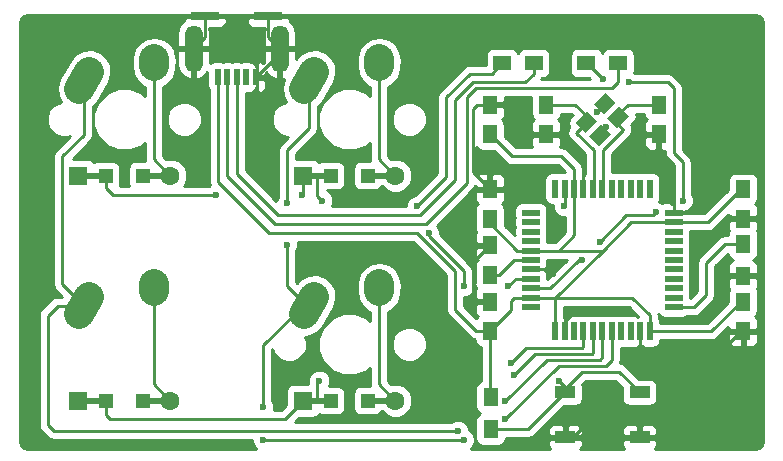
<source format=gbl>
G04 #@! TF.FileFunction,Copper,L2,Bot,Signal*
%FSLAX46Y46*%
G04 Gerber Fmt 4.6, Leading zero omitted, Abs format (unit mm)*
G04 Created by KiCad (PCBNEW 4.0.7-e2-6376~58~ubuntu16.04.1) date Sun Oct 15 00:03:39 2017*
%MOMM*%
%LPD*%
G01*
G04 APERTURE LIST*
%ADD10C,0.100000*%
%ADD11R,1.250000X1.500000*%
%ADD12R,1.200000X1.200000*%
%ADD13R,1.600000X1.600000*%
%ADD14C,1.600000*%
%ADD15R,2.500000X0.500000*%
%ADD16R,2.350000X0.800000*%
%ADD17R,0.500000X1.400000*%
%ADD18O,1.500000X4.000000*%
%ADD19C,2.500000*%
%ADD20R,1.300000X1.500000*%
%ADD21R,1.500000X1.300000*%
%ADD22R,1.700000X1.000000*%
%ADD23R,1.500000X0.520000*%
%ADD24R,0.520000X1.500000*%
%ADD25C,0.600000*%
%ADD26C,0.250000*%
%ADD27C,0.254000*%
G04 APERTURE END LIST*
D10*
D11*
X85725000Y-96381250D03*
X85725000Y-98881250D03*
X76200000Y-96381250D03*
X76200000Y-98881250D03*
X92868750Y-113050000D03*
X92868750Y-115550000D03*
X92868750Y-103525000D03*
X92868750Y-106025000D03*
X71437500Y-106025000D03*
X71437500Y-103525000D03*
X71437500Y-98881250D03*
X71437500Y-96381250D03*
X71437500Y-115550000D03*
X71437500Y-113050000D03*
X71437500Y-110787500D03*
X71437500Y-108287500D03*
D12*
X42056250Y-102393750D03*
X38906250Y-102393750D03*
D13*
X36581250Y-102393750D03*
D14*
X44381250Y-102393750D03*
D15*
X37781250Y-102393750D03*
X43181250Y-102393750D03*
D12*
X42056250Y-121443750D03*
X38906250Y-121443750D03*
D13*
X36581250Y-121443750D03*
D14*
X44381250Y-121443750D03*
D15*
X37781250Y-121443750D03*
X43181250Y-121443750D03*
D12*
X61106250Y-102393750D03*
X57956250Y-102393750D03*
D13*
X55631250Y-102393750D03*
D14*
X63431250Y-102393750D03*
D15*
X56831250Y-102393750D03*
X62231250Y-102393750D03*
D12*
X61106250Y-121443750D03*
X57956250Y-121443750D03*
D13*
X55631250Y-121443750D03*
D14*
X63431250Y-121443750D03*
D15*
X56831250Y-121443750D03*
X62231250Y-121443750D03*
D16*
X52681250Y-88859375D03*
X47331250Y-88859375D03*
D17*
X48406250Y-94059375D03*
X49206250Y-94059375D03*
X50006250Y-94059375D03*
X50806250Y-94059375D03*
X51606250Y-94059375D03*
D18*
X46356250Y-91659375D03*
X53656250Y-91659375D03*
D19*
X37481703Y-93631296D02*
X36670797Y-95091204D01*
X43020974Y-92551922D02*
X42981526Y-93130578D01*
X37481703Y-112681296D02*
X36670797Y-114141204D01*
X43020974Y-111601922D02*
X42981526Y-112180578D01*
X56531703Y-93631296D02*
X55720797Y-95091204D01*
X62070974Y-92551922D02*
X62031526Y-93130578D01*
X56531703Y-112681296D02*
X55720797Y-114141204D01*
X62070974Y-111601922D02*
X62031526Y-112180578D01*
D20*
X71500000Y-123850000D03*
X71500000Y-121150000D03*
X92868750Y-110887500D03*
X92868750Y-108187500D03*
D21*
X72468750Y-92868750D03*
X75168750Y-92868750D03*
X79612500Y-92868750D03*
X82312500Y-92868750D03*
D22*
X77812500Y-124534375D03*
X84112500Y-124534375D03*
X77812500Y-120734375D03*
X84112500Y-120734375D03*
D23*
X74912500Y-113537500D03*
X74912500Y-112737500D03*
X74912500Y-111937500D03*
X74912500Y-111137500D03*
X74912500Y-110337500D03*
X74912500Y-109537500D03*
X74912500Y-108737500D03*
X74912500Y-107937500D03*
X74912500Y-107137500D03*
X74912500Y-106337500D03*
X74912500Y-105537500D03*
D24*
X76962500Y-103487500D03*
X77762500Y-103487500D03*
X78562500Y-103487500D03*
X79362500Y-103487500D03*
X80162500Y-103487500D03*
X80962500Y-103487500D03*
X81762500Y-103487500D03*
X82562500Y-103487500D03*
X83362500Y-103487500D03*
X84162500Y-103487500D03*
X84962500Y-103487500D03*
D23*
X87012500Y-105537500D03*
X87012500Y-106337500D03*
X87012500Y-107137500D03*
X87012500Y-107937500D03*
X87012500Y-108737500D03*
X87012500Y-109537500D03*
X87012500Y-110337500D03*
X87012500Y-111137500D03*
X87012500Y-111937500D03*
X87012500Y-112737500D03*
X87012500Y-113537500D03*
D24*
X84962500Y-115587500D03*
X84162500Y-115587500D03*
X83362500Y-115587500D03*
X82562500Y-115587500D03*
X81762500Y-115587500D03*
X80962500Y-115587500D03*
X80162500Y-115587500D03*
X79362500Y-115587500D03*
X78562500Y-115587500D03*
X77762500Y-115587500D03*
X76962500Y-115587500D03*
D10*
G36*
X82376714Y-96499879D02*
X83225242Y-97348407D01*
X82235292Y-98338357D01*
X81386764Y-97489829D01*
X82376714Y-96499879D01*
X82376714Y-96499879D01*
G37*
G36*
X80821079Y-98055514D02*
X81669607Y-98904042D01*
X80679657Y-99893992D01*
X79831129Y-99045464D01*
X80821079Y-98055514D01*
X80821079Y-98055514D01*
G37*
G36*
X81245343Y-95368508D02*
X82093871Y-96217036D01*
X81103921Y-97206986D01*
X80255393Y-96358458D01*
X81245343Y-95368508D01*
X81245343Y-95368508D01*
G37*
G36*
X79689708Y-96924143D02*
X80538236Y-97772671D01*
X79548286Y-98762621D01*
X78699758Y-97914093D01*
X79689708Y-96924143D01*
X79689708Y-96924143D01*
G37*
D25*
X88500000Y-105500000D03*
X91750000Y-106000000D03*
X79250000Y-123750000D03*
X78500000Y-114000000D03*
X76750000Y-110750000D03*
X69500000Y-107500000D03*
X57250000Y-104500000D03*
X73250000Y-118250000D03*
X55500000Y-104000000D03*
X48250000Y-104000000D03*
X57000000Y-119750000D03*
X73500000Y-119250000D03*
X72750000Y-121500000D03*
X68750000Y-124000000D03*
X72750000Y-123000000D03*
X69250000Y-124750000D03*
X52250000Y-124750000D03*
X52250000Y-122000000D03*
X54250000Y-108250000D03*
X54250000Y-104750000D03*
X77750000Y-105000000D03*
X77250000Y-119750000D03*
X65250000Y-105000000D03*
X66250000Y-107250000D03*
X69250000Y-111750000D03*
X73000000Y-111750000D03*
X81000000Y-94250000D03*
X83250000Y-94500000D03*
X87750000Y-104500000D03*
X85500000Y-105500000D03*
X80750000Y-108000000D03*
X79250000Y-109500000D03*
X81250000Y-98250000D03*
X80500000Y-97000000D03*
D26*
X82306003Y-97419118D02*
X82306003Y-98056003D01*
X82306003Y-98056003D02*
X82750000Y-98500000D01*
X81000000Y-100250000D02*
X81000000Y-103450000D01*
X82750000Y-98500000D02*
X81000000Y-100250000D01*
X81000000Y-103450000D02*
X80962500Y-103487500D01*
X82306003Y-97419118D02*
X82306003Y-97193997D01*
X82306003Y-97193997D02*
X83118750Y-96381250D01*
X83118750Y-96381250D02*
X85725000Y-96381250D01*
X71437500Y-113050000D02*
X70550000Y-113050000D01*
X70000000Y-109725000D02*
X71437500Y-108287500D01*
X70000000Y-112500000D02*
X70000000Y-109725000D01*
X70550000Y-113050000D02*
X70000000Y-112500000D01*
X53656250Y-91659375D02*
X53656250Y-92009375D01*
X53656250Y-92009375D02*
X51606250Y-94059375D01*
X71437500Y-96381250D02*
X70368750Y-96381250D01*
X70000000Y-102087500D02*
X71437500Y-103525000D01*
X70000000Y-96750000D02*
X70000000Y-102087500D01*
X70368750Y-96381250D02*
X70000000Y-96750000D01*
X92868750Y-106025000D02*
X91775000Y-106025000D01*
X88462500Y-105537500D02*
X87012500Y-105537500D01*
X88500000Y-105500000D02*
X88462500Y-105537500D01*
X91775000Y-106025000D02*
X91750000Y-106000000D01*
X77762500Y-115587500D02*
X77762500Y-114737500D01*
X79250000Y-123750000D02*
X78465625Y-124534375D01*
X77762500Y-114737500D02*
X78500000Y-114000000D01*
X78465625Y-124534375D02*
X77812500Y-124534375D01*
X71437500Y-108287500D02*
X70287500Y-108287500D01*
X76337500Y-110337500D02*
X74912500Y-110337500D01*
X76750000Y-110750000D02*
X76337500Y-110337500D01*
X70287500Y-108287500D02*
X69500000Y-107500000D01*
X47331250Y-88859375D02*
X47331250Y-90684375D01*
X47331250Y-90684375D02*
X46356250Y-91659375D01*
X52681250Y-88859375D02*
X52681250Y-90684375D01*
X52681250Y-90684375D02*
X53656250Y-91659375D01*
X92868750Y-115550000D02*
X92700000Y-115550000D01*
X92700000Y-115550000D02*
X91250000Y-117000000D01*
X91250000Y-117000000D02*
X84250000Y-117000000D01*
X84250000Y-117000000D02*
X84162500Y-116912500D01*
X84162500Y-116912500D02*
X84162500Y-115587500D01*
X76200000Y-98881250D02*
X77381250Y-98881250D01*
X79362500Y-100862500D02*
X79362500Y-103487500D01*
X77381250Y-98881250D02*
X79362500Y-100862500D01*
X85725000Y-98881250D02*
X85725000Y-100225000D01*
X87012500Y-101512500D02*
X87012500Y-105537500D01*
X85725000Y-100225000D02*
X87012500Y-101512500D01*
X79618997Y-97843382D02*
X79618997Y-97881003D01*
X79618997Y-97881003D02*
X78750000Y-98750000D01*
X80250000Y-100250000D02*
X80250000Y-103400000D01*
X78750000Y-98750000D02*
X80250000Y-100250000D01*
X80250000Y-103400000D02*
X80162500Y-103487500D01*
X79618997Y-97843382D02*
X79618997Y-97368997D01*
X79618997Y-97368997D02*
X78631250Y-96381250D01*
X78631250Y-96381250D02*
X76200000Y-96381250D01*
X76987500Y-112750000D02*
X83500000Y-112750000D01*
X84962500Y-114212500D02*
X84962500Y-115587500D01*
X83500000Y-112750000D02*
X84962500Y-114212500D01*
X76987500Y-112737500D02*
X76987500Y-112750000D01*
X76987500Y-112750000D02*
X76987500Y-115562500D01*
X76987500Y-115562500D02*
X76962500Y-115587500D01*
X78562500Y-103487500D02*
X78562500Y-107437500D01*
X78562500Y-107437500D02*
X77262500Y-108737500D01*
X71437500Y-115550000D02*
X70300000Y-115550000D01*
X48406250Y-102906250D02*
X48406250Y-94059375D01*
X52750000Y-107250000D02*
X48406250Y-102906250D01*
X65250000Y-107250000D02*
X52750000Y-107250000D01*
X68500000Y-110500000D02*
X65250000Y-107250000D01*
X68500000Y-113750000D02*
X68500000Y-110500000D01*
X70300000Y-115550000D02*
X68500000Y-113750000D01*
X80987500Y-108737500D02*
X81012500Y-108737500D01*
X83412500Y-106337500D02*
X87012500Y-106337500D01*
X81012500Y-108737500D02*
X83412500Y-106337500D01*
X74912500Y-108737500D02*
X77262500Y-108737500D01*
X77262500Y-108737500D02*
X80987500Y-108737500D01*
X76987500Y-112737500D02*
X74912500Y-112737500D01*
X80987500Y-108737500D02*
X76987500Y-112737500D01*
X74912500Y-112737500D02*
X73512500Y-112737500D01*
X73512500Y-112737500D02*
X73250000Y-113000000D01*
X73250000Y-113000000D02*
X73250000Y-113737500D01*
X73250000Y-113737500D02*
X71437500Y-115550000D01*
X71437500Y-115550000D02*
X71437500Y-121087500D01*
X71437500Y-121087500D02*
X71500000Y-121150000D01*
X71437500Y-106025000D02*
X71437500Y-106437500D01*
X71437500Y-106437500D02*
X73737500Y-108737500D01*
X73737500Y-108737500D02*
X74912500Y-108737500D01*
X92868750Y-103525000D02*
X92725000Y-103525000D01*
X92725000Y-103525000D02*
X89912500Y-106337500D01*
X89912500Y-106337500D02*
X87012500Y-106337500D01*
X92868750Y-113050000D02*
X92700000Y-113050000D01*
X92700000Y-113050000D02*
X90162500Y-115587500D01*
X90162500Y-115587500D02*
X84962500Y-115587500D01*
X78562500Y-103487500D02*
X78562500Y-101812500D01*
X73306250Y-100750000D02*
X71437500Y-98881250D01*
X77500000Y-100750000D02*
X73306250Y-100750000D01*
X78562500Y-101812500D02*
X77500000Y-100750000D01*
X71437500Y-110787500D02*
X72212500Y-110787500D01*
X73462500Y-109537500D02*
X74912500Y-109537500D01*
X72212500Y-110787500D02*
X73462500Y-109537500D01*
X43001250Y-92841250D02*
X43001250Y-101013750D01*
X43001250Y-101013750D02*
X44381250Y-102393750D01*
X56831250Y-104081250D02*
X56831250Y-102393750D01*
X57250000Y-104500000D02*
X56831250Y-104081250D01*
X74500000Y-117000000D02*
X73250000Y-118250000D01*
X79250000Y-117000000D02*
X74500000Y-117000000D01*
X79362500Y-116887500D02*
X79250000Y-117000000D01*
X79362500Y-115587500D02*
X79362500Y-116887500D01*
X38906250Y-102393750D02*
X38906250Y-103406250D01*
X55631250Y-103868750D02*
X55631250Y-102393750D01*
X55500000Y-104000000D02*
X55631250Y-103868750D01*
X39500000Y-104000000D02*
X48250000Y-104000000D01*
X38906250Y-103406250D02*
X39500000Y-104000000D01*
X43001250Y-111891250D02*
X43001250Y-120063750D01*
X43001250Y-120063750D02*
X44381250Y-121443750D01*
X56831250Y-119918750D02*
X56831250Y-121443750D01*
X57000000Y-119750000D02*
X56831250Y-119918750D01*
X75250000Y-117500000D02*
X73500000Y-119250000D01*
X80049998Y-117500000D02*
X75250000Y-117500000D01*
X80162500Y-117387498D02*
X80049998Y-117500000D01*
X80162500Y-115587500D02*
X80162500Y-117387498D01*
X38906250Y-121443750D02*
X38906250Y-122656250D01*
X54075000Y-123000000D02*
X55631250Y-121443750D01*
X39250000Y-123000000D02*
X54075000Y-123000000D01*
X38906250Y-122656250D02*
X39250000Y-123000000D01*
X62051250Y-92841250D02*
X62051250Y-101013750D01*
X62051250Y-101013750D02*
X63431250Y-102393750D01*
X62051250Y-111891250D02*
X62051250Y-120063750D01*
X62051250Y-120063750D02*
X63431250Y-121443750D01*
X49206250Y-94059375D02*
X49206250Y-102456250D01*
X82312500Y-94437500D02*
X82312500Y-92868750D01*
X81750000Y-95000000D02*
X82312500Y-94437500D01*
X80750000Y-95000000D02*
X81750000Y-95000000D01*
X70250000Y-95000000D02*
X80750000Y-95000000D01*
X69500000Y-95750000D02*
X70250000Y-95000000D01*
X69500000Y-103000000D02*
X69500000Y-95750000D01*
X66000000Y-106500000D02*
X69500000Y-103000000D01*
X53250000Y-106500000D02*
X66000000Y-106500000D01*
X49206250Y-102456250D02*
X53250000Y-106500000D01*
X50006250Y-94059375D02*
X50006250Y-102243750D01*
X75168750Y-93781252D02*
X75168750Y-92868750D01*
X74450002Y-94500000D02*
X75168750Y-93781252D01*
X70000000Y-94500000D02*
X74450002Y-94500000D01*
X68500000Y-96000000D02*
X70000000Y-94500000D01*
X68500000Y-102750000D02*
X68500000Y-96000000D01*
X65500000Y-105750000D02*
X68500000Y-102750000D01*
X53512500Y-105750000D02*
X65500000Y-105750000D01*
X50006250Y-102243750D02*
X53512500Y-105750000D01*
X80962500Y-117787500D02*
X80962500Y-115587500D01*
X80750000Y-118000000D02*
X80962500Y-117787500D01*
X76250000Y-118000000D02*
X80750000Y-118000000D01*
X72750000Y-121500000D02*
X76250000Y-118000000D01*
X34500000Y-124000000D02*
X68750000Y-124000000D01*
X34000000Y-123500000D02*
X34500000Y-124000000D01*
X34000000Y-114250000D02*
X34000000Y-123500000D01*
X34838750Y-113411250D02*
X34000000Y-114250000D01*
X37076250Y-113411250D02*
X34838750Y-113411250D01*
X37076250Y-113411250D02*
X36338750Y-113411250D01*
X37076250Y-113411250D02*
X36088750Y-113411250D01*
X37076250Y-94361250D02*
X37076250Y-98923750D01*
X35250000Y-111585000D02*
X37076250Y-113411250D01*
X35250000Y-100750000D02*
X35250000Y-111585000D01*
X37076250Y-98923750D02*
X35250000Y-100750000D01*
X81762500Y-117987500D02*
X81762500Y-115587500D01*
X81250000Y-118500000D02*
X81762500Y-117987500D01*
X77250000Y-118500000D02*
X81250000Y-118500000D01*
X72750000Y-123000000D02*
X77250000Y-118500000D01*
X66750000Y-124750000D02*
X69250000Y-124750000D01*
X52250000Y-124750000D02*
X66750000Y-124750000D01*
X52250000Y-116750000D02*
X52250000Y-122000000D01*
X55588750Y-113411250D02*
X52250000Y-116750000D01*
X56126250Y-113411250D02*
X55588750Y-113411250D01*
X56126250Y-94361250D02*
X56126250Y-98373750D01*
X54250000Y-111750000D02*
X55911250Y-113411250D01*
X54250000Y-108250000D02*
X54250000Y-111750000D01*
X54250000Y-104250000D02*
X54250000Y-104750000D01*
X54250000Y-100250000D02*
X54250000Y-104250000D01*
X56126250Y-98373750D02*
X54250000Y-100250000D01*
X55911250Y-113411250D02*
X56126250Y-113411250D01*
X77812500Y-120734375D02*
X77812500Y-120312500D01*
X77812500Y-120312500D02*
X77250000Y-119750000D01*
X77762500Y-104987500D02*
X77762500Y-103487500D01*
X77750000Y-105000000D02*
X77762500Y-104987500D01*
X77812500Y-120734375D02*
X77812500Y-120437500D01*
X77812500Y-120437500D02*
X79250000Y-119000000D01*
X82378125Y-119000000D02*
X84112500Y-120734375D01*
X79250000Y-119000000D02*
X82378125Y-119000000D01*
X71500000Y-123850000D02*
X74696875Y-123850000D01*
X74696875Y-123850000D02*
X77812500Y-120734375D01*
X71500000Y-123850000D02*
X71500000Y-123750000D01*
X92868750Y-108187500D02*
X91312500Y-108187500D01*
X88712500Y-113537500D02*
X87012500Y-113537500D01*
X89750000Y-112500000D02*
X88712500Y-113537500D01*
X89750000Y-109750000D02*
X89750000Y-112500000D01*
X91312500Y-108187500D02*
X89750000Y-109750000D01*
X74912500Y-111137500D02*
X73612500Y-111137500D01*
X71587500Y-93750000D02*
X72468750Y-92868750D01*
X69750000Y-93750000D02*
X71587500Y-93750000D01*
X67750000Y-95750000D02*
X69750000Y-93750000D01*
X67750000Y-102500000D02*
X67750000Y-95750000D01*
X65250000Y-105000000D02*
X67750000Y-102500000D01*
X66250000Y-107500000D02*
X66250000Y-107250000D01*
X69250000Y-110500000D02*
X66250000Y-107500000D01*
X69250000Y-111750000D02*
X69250000Y-110500000D01*
X73612500Y-111137500D02*
X73000000Y-111750000D01*
X74912500Y-111937500D02*
X76562500Y-111937500D01*
X81000000Y-94250000D02*
X79618750Y-92868750D01*
X86500000Y-94500000D02*
X83250000Y-94500000D01*
X87000000Y-95000000D02*
X86500000Y-94500000D01*
X87000000Y-100500000D02*
X87000000Y-95000000D01*
X87750000Y-101250000D02*
X87000000Y-100500000D01*
X87750000Y-104500000D02*
X87750000Y-101250000D01*
X85250000Y-105750000D02*
X85500000Y-105500000D01*
X83000000Y-105750000D02*
X85250000Y-105750000D01*
X80750000Y-108000000D02*
X83000000Y-105750000D01*
X79000000Y-109500000D02*
X79250000Y-109500000D01*
X76562500Y-111937500D02*
X79000000Y-109500000D01*
X79618750Y-92868750D02*
X79612500Y-92868750D01*
X80750368Y-98974753D02*
X80750368Y-98749632D01*
X80750368Y-98749632D02*
X81250000Y-98250000D01*
X80500000Y-97000000D02*
X81174632Y-96325368D01*
X81174632Y-96325368D02*
X81174632Y-96287747D01*
D27*
G36*
X94237978Y-88865686D02*
X94389393Y-88966858D01*
X94490563Y-89118270D01*
X94540000Y-89366806D01*
X94540000Y-124945694D01*
X94490563Y-125194230D01*
X94389393Y-125345642D01*
X94237978Y-125446814D01*
X93989444Y-125496250D01*
X85398650Y-125496250D01*
X85500827Y-125394074D01*
X85597500Y-125160685D01*
X85597500Y-124820125D01*
X85438750Y-124661375D01*
X84239500Y-124661375D01*
X84239500Y-124681375D01*
X83985500Y-124681375D01*
X83985500Y-124661375D01*
X82786250Y-124661375D01*
X82627500Y-124820125D01*
X82627500Y-125160685D01*
X82724173Y-125394074D01*
X82826350Y-125496250D01*
X79098650Y-125496250D01*
X79200827Y-125394074D01*
X79297500Y-125160685D01*
X79297500Y-124820125D01*
X79138750Y-124661375D01*
X77939500Y-124661375D01*
X77939500Y-124681375D01*
X77685500Y-124681375D01*
X77685500Y-124661375D01*
X76486250Y-124661375D01*
X76327500Y-124820125D01*
X76327500Y-125160685D01*
X76424173Y-125394074D01*
X76526350Y-125496250D01*
X69825892Y-125496250D01*
X70042192Y-125280327D01*
X70184838Y-124936799D01*
X70185162Y-124564833D01*
X70043117Y-124221057D01*
X69780327Y-123957808D01*
X69685072Y-123918254D01*
X69685162Y-123814833D01*
X69543117Y-123471057D01*
X69280327Y-123207808D01*
X68936799Y-123065162D01*
X68564833Y-123064838D01*
X68221057Y-123206883D01*
X68187882Y-123240000D01*
X54909802Y-123240000D01*
X55258612Y-122891190D01*
X56431250Y-122891190D01*
X56666567Y-122846912D01*
X56882691Y-122707840D01*
X56984758Y-122558460D01*
X57104360Y-122640181D01*
X57356250Y-122691190D01*
X58556250Y-122691190D01*
X58791567Y-122646912D01*
X59007691Y-122507840D01*
X59152681Y-122295640D01*
X59203690Y-122043750D01*
X59203690Y-120843750D01*
X59159412Y-120608433D01*
X59020340Y-120392309D01*
X58808140Y-120247319D01*
X58556250Y-120196310D01*
X57827079Y-120196310D01*
X57934838Y-119936799D01*
X57935162Y-119564833D01*
X57793117Y-119221057D01*
X57530327Y-118957808D01*
X57186799Y-118815162D01*
X56814833Y-118814838D01*
X56471057Y-118956883D01*
X56207808Y-119219673D01*
X56065162Y-119563201D01*
X56064838Y-119935167D01*
X56071250Y-119950685D01*
X56071250Y-119996310D01*
X54831250Y-119996310D01*
X54595933Y-120040588D01*
X54379809Y-120179660D01*
X54234819Y-120391860D01*
X54183810Y-120643750D01*
X54183810Y-121816388D01*
X53760198Y-122240000D01*
X53162747Y-122240000D01*
X53184838Y-122186799D01*
X53185162Y-121814833D01*
X53043117Y-121471057D01*
X53010000Y-121437882D01*
X53010000Y-117084203D01*
X53190830Y-117521845D01*
X53608456Y-117940201D01*
X54154389Y-118166892D01*
X54745517Y-118167408D01*
X55291845Y-117941670D01*
X55710201Y-117524044D01*
X55843976Y-117201876D01*
X56901895Y-117201876D01*
X57301278Y-118168457D01*
X58040154Y-118908623D01*
X59006035Y-119309692D01*
X60051876Y-119310605D01*
X61018457Y-118911222D01*
X61291250Y-118638904D01*
X61291250Y-120063750D01*
X61317618Y-120196310D01*
X60506250Y-120196310D01*
X60270933Y-120240588D01*
X60054809Y-120379660D01*
X59909819Y-120591860D01*
X59858810Y-120843750D01*
X59858810Y-122043750D01*
X59903088Y-122279067D01*
X60042160Y-122495191D01*
X60254360Y-122640181D01*
X60506250Y-122691190D01*
X61706250Y-122691190D01*
X61941567Y-122646912D01*
X62157691Y-122507840D01*
X62271558Y-122341190D01*
X62299498Y-122341190D01*
X62617327Y-122659574D01*
X63144559Y-122878500D01*
X63715437Y-122878998D01*
X64243050Y-122660993D01*
X64647074Y-122257673D01*
X64866000Y-121730441D01*
X64866498Y-121159563D01*
X64648493Y-120631950D01*
X64245173Y-120227926D01*
X63717941Y-120009000D01*
X63147063Y-120008502D01*
X63093101Y-120030799D01*
X62811250Y-119748948D01*
X62811250Y-116975517D01*
X63125092Y-116975517D01*
X63350830Y-117521845D01*
X63768456Y-117940201D01*
X64314389Y-118166892D01*
X64905517Y-118167408D01*
X65451845Y-117941670D01*
X65870201Y-117524044D01*
X66096892Y-116978111D01*
X66097408Y-116386983D01*
X65871670Y-115840655D01*
X65454044Y-115422299D01*
X64908111Y-115195608D01*
X64316983Y-115195092D01*
X63770655Y-115420830D01*
X63352299Y-115838456D01*
X63125608Y-116384389D01*
X63125092Y-116975517D01*
X62811250Y-116975517D01*
X62811250Y-113905544D01*
X63267778Y-113643559D01*
X63717043Y-113061230D01*
X63909262Y-112351302D01*
X63954508Y-111687619D01*
X63860417Y-110958172D01*
X63494341Y-110320258D01*
X62912012Y-109870993D01*
X62202084Y-109678774D01*
X61472637Y-109772864D01*
X60834722Y-110138941D01*
X60385457Y-110721270D01*
X60193238Y-111431198D01*
X60147992Y-112094880D01*
X60242083Y-112824327D01*
X60608159Y-113462242D01*
X61190488Y-113911507D01*
X61291250Y-113938789D01*
X61291250Y-114723250D01*
X61022346Y-114453877D01*
X60056465Y-114052808D01*
X59010624Y-114051895D01*
X58044043Y-114451278D01*
X57303877Y-115190154D01*
X56902808Y-116156035D01*
X56901895Y-117201876D01*
X55843976Y-117201876D01*
X55936892Y-116978111D01*
X55937408Y-116386983D01*
X55791902Y-116034832D01*
X56212917Y-116000218D01*
X56867075Y-115664027D01*
X57342782Y-115103092D01*
X58205438Y-113550016D01*
X58430274Y-112849734D01*
X58370008Y-112116717D01*
X58033817Y-111462559D01*
X57472882Y-110986852D01*
X56772600Y-110762016D01*
X56039582Y-110822282D01*
X55385425Y-111158473D01*
X55086158Y-111511356D01*
X55010000Y-111435198D01*
X55010000Y-108812463D01*
X55042192Y-108780327D01*
X55184838Y-108436799D01*
X55185162Y-108064833D01*
X55162506Y-108010000D01*
X64935198Y-108010000D01*
X67740000Y-110814802D01*
X67740000Y-113750000D01*
X67797852Y-114040839D01*
X67962599Y-114287401D01*
X69762599Y-116087401D01*
X70009160Y-116252148D01*
X70057414Y-116261746D01*
X70165060Y-116283159D01*
X70165060Y-116300000D01*
X70209338Y-116535317D01*
X70348410Y-116751441D01*
X70560610Y-116896431D01*
X70677500Y-116920102D01*
X70677500Y-119785018D01*
X70614683Y-119796838D01*
X70398559Y-119935910D01*
X70253569Y-120148110D01*
X70202560Y-120400000D01*
X70202560Y-121900000D01*
X70246838Y-122135317D01*
X70385910Y-122351441D01*
X70598110Y-122496431D01*
X70611197Y-122499081D01*
X70398559Y-122635910D01*
X70253569Y-122848110D01*
X70202560Y-123100000D01*
X70202560Y-124600000D01*
X70246838Y-124835317D01*
X70385910Y-125051441D01*
X70598110Y-125196431D01*
X70850000Y-125247440D01*
X72150000Y-125247440D01*
X72385317Y-125203162D01*
X72601441Y-125064090D01*
X72746431Y-124851890D01*
X72795415Y-124610000D01*
X74696875Y-124610000D01*
X74987714Y-124552148D01*
X75234276Y-124387401D01*
X75713612Y-123908065D01*
X76327500Y-123908065D01*
X76327500Y-124248625D01*
X76486250Y-124407375D01*
X77685500Y-124407375D01*
X77685500Y-123558125D01*
X77939500Y-123558125D01*
X77939500Y-124407375D01*
X79138750Y-124407375D01*
X79297500Y-124248625D01*
X79297500Y-123908065D01*
X82627500Y-123908065D01*
X82627500Y-124248625D01*
X82786250Y-124407375D01*
X83985500Y-124407375D01*
X83985500Y-123558125D01*
X84239500Y-123558125D01*
X84239500Y-124407375D01*
X85438750Y-124407375D01*
X85597500Y-124248625D01*
X85597500Y-123908065D01*
X85500827Y-123674676D01*
X85322198Y-123496048D01*
X85088809Y-123399375D01*
X84398250Y-123399375D01*
X84239500Y-123558125D01*
X83985500Y-123558125D01*
X83826750Y-123399375D01*
X83136191Y-123399375D01*
X82902802Y-123496048D01*
X82724173Y-123674676D01*
X82627500Y-123908065D01*
X79297500Y-123908065D01*
X79200827Y-123674676D01*
X79022198Y-123496048D01*
X78788809Y-123399375D01*
X78098250Y-123399375D01*
X77939500Y-123558125D01*
X77685500Y-123558125D01*
X77526750Y-123399375D01*
X76836191Y-123399375D01*
X76602802Y-123496048D01*
X76424173Y-123674676D01*
X76327500Y-123908065D01*
X75713612Y-123908065D01*
X77739862Y-121881815D01*
X78662500Y-121881815D01*
X78897817Y-121837537D01*
X79113941Y-121698465D01*
X79258931Y-121486265D01*
X79309940Y-121234375D01*
X79309940Y-120234375D01*
X79275177Y-120049625D01*
X79564802Y-119760000D01*
X82063323Y-119760000D01*
X82615060Y-120311737D01*
X82615060Y-121234375D01*
X82659338Y-121469692D01*
X82798410Y-121685816D01*
X83010610Y-121830806D01*
X83262500Y-121881815D01*
X84962500Y-121881815D01*
X85197817Y-121837537D01*
X85413941Y-121698465D01*
X85558931Y-121486265D01*
X85609940Y-121234375D01*
X85609940Y-120234375D01*
X85565662Y-119999058D01*
X85426590Y-119782934D01*
X85214390Y-119637944D01*
X84962500Y-119586935D01*
X84039862Y-119586935D01*
X82915526Y-118462599D01*
X82668964Y-118297852D01*
X82468691Y-118258015D01*
X82479803Y-118202148D01*
X82522500Y-117987500D01*
X82522500Y-116984940D01*
X82822500Y-116984940D01*
X82967640Y-116957630D01*
X83102500Y-116984940D01*
X83622500Y-116984940D01*
X83748834Y-116961169D01*
X83776191Y-116972500D01*
X83876750Y-116972500D01*
X84000225Y-116849025D01*
X84073941Y-116801590D01*
X84162833Y-116671492D01*
X84238410Y-116788941D01*
X84321386Y-116845636D01*
X84448250Y-116972500D01*
X84548809Y-116972500D01*
X84579104Y-116959952D01*
X84702500Y-116984940D01*
X85222500Y-116984940D01*
X85457817Y-116940662D01*
X85673941Y-116801590D01*
X85818931Y-116589390D01*
X85867915Y-116347500D01*
X90162500Y-116347500D01*
X90453339Y-116289648D01*
X90699901Y-116124901D01*
X90989052Y-115835750D01*
X91608750Y-115835750D01*
X91608750Y-116426309D01*
X91705423Y-116659698D01*
X91884051Y-116838327D01*
X92117440Y-116935000D01*
X92583000Y-116935000D01*
X92741750Y-116776250D01*
X92741750Y-115677000D01*
X92995750Y-115677000D01*
X92995750Y-116776250D01*
X93154500Y-116935000D01*
X93620060Y-116935000D01*
X93853449Y-116838327D01*
X94032077Y-116659698D01*
X94128750Y-116426309D01*
X94128750Y-115835750D01*
X93970000Y-115677000D01*
X92995750Y-115677000D01*
X92741750Y-115677000D01*
X91767500Y-115677000D01*
X91608750Y-115835750D01*
X90989052Y-115835750D01*
X91608750Y-115216052D01*
X91608750Y-115264250D01*
X91767500Y-115423000D01*
X92741750Y-115423000D01*
X92741750Y-115403000D01*
X92995750Y-115403000D01*
X92995750Y-115423000D01*
X93970000Y-115423000D01*
X94128750Y-115264250D01*
X94128750Y-114673691D01*
X94032077Y-114440302D01*
X93890840Y-114299064D01*
X93945191Y-114264090D01*
X94090181Y-114051890D01*
X94141190Y-113800000D01*
X94141190Y-112300000D01*
X94096912Y-112064683D01*
X94054892Y-111999383D01*
X94057077Y-111997198D01*
X94153750Y-111763809D01*
X94153750Y-111173250D01*
X93995000Y-111014500D01*
X92995750Y-111014500D01*
X92995750Y-111034500D01*
X92741750Y-111034500D01*
X92741750Y-111014500D01*
X91742500Y-111014500D01*
X91583750Y-111173250D01*
X91583750Y-111763809D01*
X91680423Y-111997198D01*
X91681423Y-111998198D01*
X91647319Y-112048110D01*
X91596310Y-112300000D01*
X91596310Y-113078888D01*
X89847698Y-114827500D01*
X85868058Y-114827500D01*
X85825662Y-114602183D01*
X85722500Y-114441865D01*
X85722500Y-114212500D01*
X85699027Y-114094496D01*
X85798410Y-114248941D01*
X86010610Y-114393931D01*
X86262500Y-114444940D01*
X87762500Y-114444940D01*
X87997817Y-114400662D01*
X88158135Y-114297500D01*
X88712500Y-114297500D01*
X89003339Y-114239648D01*
X89249901Y-114074901D01*
X90287401Y-113037401D01*
X90452148Y-112790839D01*
X90510000Y-112500000D01*
X90510000Y-110064802D01*
X91581761Y-108993041D01*
X91615588Y-109172817D01*
X91754660Y-109388941D01*
X91966860Y-109533931D01*
X92000240Y-109540691D01*
X91859051Y-109599173D01*
X91680423Y-109777802D01*
X91583750Y-110011191D01*
X91583750Y-110601750D01*
X91742500Y-110760500D01*
X92741750Y-110760500D01*
X92741750Y-110740500D01*
X92995750Y-110740500D01*
X92995750Y-110760500D01*
X93995000Y-110760500D01*
X94153750Y-110601750D01*
X94153750Y-110011191D01*
X94057077Y-109777802D01*
X93878449Y-109599173D01*
X93742463Y-109542846D01*
X93754067Y-109540662D01*
X93970191Y-109401590D01*
X94115181Y-109189390D01*
X94166190Y-108937500D01*
X94166190Y-107437500D01*
X94121912Y-107202183D01*
X94050252Y-107090820D01*
X94128750Y-106901309D01*
X94128750Y-106310750D01*
X93970000Y-106152000D01*
X92995750Y-106152000D01*
X92995750Y-106172000D01*
X92741750Y-106172000D01*
X92741750Y-106152000D01*
X91767500Y-106152000D01*
X91608750Y-106310750D01*
X91608750Y-106901309D01*
X91687187Y-107090672D01*
X91622319Y-107185610D01*
X91573335Y-107427500D01*
X91312500Y-107427500D01*
X91021661Y-107485352D01*
X90775099Y-107650099D01*
X89212599Y-109212599D01*
X89047852Y-109459161D01*
X88990000Y-109750000D01*
X88990000Y-112185198D01*
X88409940Y-112765258D01*
X88409940Y-112477500D01*
X88382630Y-112332360D01*
X88409940Y-112197500D01*
X88409940Y-111677500D01*
X88382630Y-111532360D01*
X88409940Y-111397500D01*
X88409940Y-110877500D01*
X88382630Y-110732360D01*
X88409940Y-110597500D01*
X88409940Y-110077500D01*
X88382630Y-109932360D01*
X88409940Y-109797500D01*
X88409940Y-109277500D01*
X88382630Y-109132360D01*
X88409940Y-108997500D01*
X88409940Y-108477500D01*
X88382630Y-108332360D01*
X88409940Y-108197500D01*
X88409940Y-107677500D01*
X88382630Y-107532360D01*
X88409940Y-107397500D01*
X88409940Y-107097500D01*
X89912500Y-107097500D01*
X90203339Y-107039648D01*
X90449901Y-106874901D01*
X91608750Y-105716052D01*
X91608750Y-105739250D01*
X91767500Y-105898000D01*
X92741750Y-105898000D01*
X92741750Y-105878000D01*
X92995750Y-105878000D01*
X92995750Y-105898000D01*
X93970000Y-105898000D01*
X94128750Y-105739250D01*
X94128750Y-105148691D01*
X94032077Y-104915302D01*
X93890840Y-104774064D01*
X93945191Y-104739090D01*
X94090181Y-104526890D01*
X94141190Y-104275000D01*
X94141190Y-102775000D01*
X94096912Y-102539683D01*
X93957840Y-102323559D01*
X93745640Y-102178569D01*
X93493750Y-102127560D01*
X92243750Y-102127560D01*
X92008433Y-102171838D01*
X91792309Y-102310910D01*
X91647319Y-102523110D01*
X91596310Y-102775000D01*
X91596310Y-103578888D01*
X89597698Y-105577500D01*
X88155522Y-105577500D01*
X88014390Y-105481069D01*
X87787057Y-105435033D01*
X87935167Y-105435162D01*
X87994854Y-105410500D01*
X88238750Y-105410500D01*
X88397500Y-105251750D01*
X88397500Y-105174767D01*
X88542192Y-105030327D01*
X88684838Y-104686799D01*
X88685162Y-104314833D01*
X88543117Y-103971057D01*
X88510000Y-103937882D01*
X88510000Y-101250000D01*
X88498182Y-101190588D01*
X88452148Y-100959160D01*
X88287401Y-100712599D01*
X87760000Y-100185198D01*
X87760000Y-95000000D01*
X87702148Y-94709161D01*
X87537401Y-94462599D01*
X87037401Y-93962599D01*
X86790839Y-93797852D01*
X86500000Y-93740000D01*
X83812463Y-93740000D01*
X83780327Y-93707808D01*
X83680084Y-93666183D01*
X83709940Y-93518750D01*
X83709940Y-92218750D01*
X83665662Y-91983433D01*
X83526590Y-91767309D01*
X83314390Y-91622319D01*
X83062500Y-91571310D01*
X81562500Y-91571310D01*
X81327183Y-91615588D01*
X81111059Y-91754660D01*
X80966069Y-91966860D01*
X80963419Y-91979947D01*
X80826590Y-91767309D01*
X80614390Y-91622319D01*
X80362500Y-91571310D01*
X78862500Y-91571310D01*
X78627183Y-91615588D01*
X78411059Y-91754660D01*
X78266069Y-91966860D01*
X78215060Y-92218750D01*
X78215060Y-93518750D01*
X78259338Y-93754067D01*
X78398410Y-93970191D01*
X78610610Y-94115181D01*
X78862500Y-94166190D01*
X79841388Y-94166190D01*
X79915198Y-94240000D01*
X75758705Y-94240000D01*
X75808024Y-94166190D01*
X75918750Y-94166190D01*
X76154067Y-94121912D01*
X76370191Y-93982840D01*
X76515181Y-93770640D01*
X76566190Y-93518750D01*
X76566190Y-92218750D01*
X76521912Y-91983433D01*
X76382840Y-91767309D01*
X76170640Y-91622319D01*
X75918750Y-91571310D01*
X74418750Y-91571310D01*
X74183433Y-91615588D01*
X73967309Y-91754660D01*
X73822319Y-91966860D01*
X73819669Y-91979947D01*
X73682840Y-91767309D01*
X73470640Y-91622319D01*
X73218750Y-91571310D01*
X71718750Y-91571310D01*
X71483433Y-91615588D01*
X71267309Y-91754660D01*
X71122319Y-91966860D01*
X71071310Y-92218750D01*
X71071310Y-92990000D01*
X69750000Y-92990000D01*
X69459161Y-93047852D01*
X69212599Y-93212599D01*
X67212599Y-95212599D01*
X67047852Y-95459161D01*
X66990000Y-95750000D01*
X66990000Y-102185198D01*
X65110320Y-104064878D01*
X65064833Y-104064838D01*
X64721057Y-104206883D01*
X64457808Y-104469673D01*
X64315162Y-104813201D01*
X64315008Y-104990000D01*
X58058937Y-104990000D01*
X58184838Y-104686799D01*
X58185162Y-104314833D01*
X58043117Y-103971057D01*
X57780327Y-103707808D01*
X57619894Y-103641190D01*
X58556250Y-103641190D01*
X58791567Y-103596912D01*
X59007691Y-103457840D01*
X59152681Y-103245640D01*
X59203690Y-102993750D01*
X59203690Y-101793750D01*
X59159412Y-101558433D01*
X59020340Y-101342309D01*
X58808140Y-101197319D01*
X58556250Y-101146310D01*
X57356250Y-101146310D01*
X57120933Y-101190588D01*
X56983368Y-101279109D01*
X56895340Y-101142309D01*
X56683140Y-100997319D01*
X56431250Y-100946310D01*
X55010000Y-100946310D01*
X55010000Y-100564802D01*
X56663651Y-98911151D01*
X56828398Y-98664590D01*
X56886250Y-98373750D01*
X56886250Y-98151876D01*
X56901895Y-98151876D01*
X57301278Y-99118457D01*
X58040154Y-99858623D01*
X59006035Y-100259692D01*
X60051876Y-100260605D01*
X61018457Y-99861222D01*
X61291250Y-99588904D01*
X61291250Y-101013750D01*
X61317618Y-101146310D01*
X60506250Y-101146310D01*
X60270933Y-101190588D01*
X60054809Y-101329660D01*
X59909819Y-101541860D01*
X59858810Y-101793750D01*
X59858810Y-102993750D01*
X59903088Y-103229067D01*
X60042160Y-103445191D01*
X60254360Y-103590181D01*
X60506250Y-103641190D01*
X61706250Y-103641190D01*
X61941567Y-103596912D01*
X62157691Y-103457840D01*
X62271558Y-103291190D01*
X62299498Y-103291190D01*
X62617327Y-103609574D01*
X63144559Y-103828500D01*
X63715437Y-103828998D01*
X64243050Y-103610993D01*
X64647074Y-103207673D01*
X64866000Y-102680441D01*
X64866498Y-102109563D01*
X64648493Y-101581950D01*
X64245173Y-101177926D01*
X63717941Y-100959000D01*
X63147063Y-100958502D01*
X63093101Y-100980799D01*
X62811250Y-100698948D01*
X62811250Y-97925517D01*
X63125092Y-97925517D01*
X63350830Y-98471845D01*
X63768456Y-98890201D01*
X64314389Y-99116892D01*
X64905517Y-99117408D01*
X65451845Y-98891670D01*
X65870201Y-98474044D01*
X66096892Y-97928111D01*
X66097408Y-97336983D01*
X65871670Y-96790655D01*
X65454044Y-96372299D01*
X64908111Y-96145608D01*
X64316983Y-96145092D01*
X63770655Y-96370830D01*
X63352299Y-96788456D01*
X63125608Y-97334389D01*
X63125092Y-97925517D01*
X62811250Y-97925517D01*
X62811250Y-94855544D01*
X63267778Y-94593559D01*
X63717043Y-94011230D01*
X63909262Y-93301302D01*
X63954508Y-92637619D01*
X63860417Y-91908172D01*
X63494341Y-91270258D01*
X62912012Y-90820993D01*
X62202084Y-90628774D01*
X61472637Y-90722864D01*
X60834722Y-91088941D01*
X60385457Y-91671270D01*
X60193238Y-92381198D01*
X60147992Y-93044880D01*
X60242083Y-93774327D01*
X60608159Y-94412242D01*
X61190488Y-94861507D01*
X61291250Y-94888789D01*
X61291250Y-95673250D01*
X61022346Y-95403877D01*
X60056465Y-95002808D01*
X59010624Y-95001895D01*
X58044043Y-95401278D01*
X57303877Y-96140154D01*
X56902808Y-97106035D01*
X56901895Y-98151876D01*
X56886250Y-98151876D01*
X56886250Y-96591417D01*
X57342782Y-96053092D01*
X58205438Y-94500016D01*
X58430274Y-93799734D01*
X58370008Y-93066717D01*
X58033817Y-92412559D01*
X57472882Y-91936852D01*
X56772600Y-91712016D01*
X56039582Y-91772282D01*
X55385425Y-92108473D01*
X55041250Y-92514310D01*
X55041250Y-91786375D01*
X53783250Y-91786375D01*
X53783250Y-94129031D01*
X53997435Y-94251693D01*
X54040414Y-94243190D01*
X53822226Y-94922766D01*
X53882492Y-95655783D01*
X54137994Y-96152938D01*
X53610655Y-96370830D01*
X53192299Y-96788456D01*
X52965608Y-97334389D01*
X52965092Y-97925517D01*
X53190830Y-98471845D01*
X53608456Y-98890201D01*
X54154389Y-99116892D01*
X54308172Y-99117026D01*
X53712599Y-99712599D01*
X53547852Y-99959161D01*
X53490000Y-100250000D01*
X53490000Y-104187537D01*
X53457808Y-104219673D01*
X53340201Y-104502899D01*
X50766250Y-101928948D01*
X50766250Y-95406815D01*
X51056250Y-95406815D01*
X51196337Y-95380456D01*
X51229941Y-95394375D01*
X51322500Y-95394375D01*
X51467634Y-95249241D01*
X51507691Y-95223465D01*
X51652681Y-95011265D01*
X51703690Y-94759375D01*
X51703690Y-94186375D01*
X51731250Y-94186375D01*
X51731250Y-95235625D01*
X51890000Y-95394375D01*
X51982559Y-95394375D01*
X52215948Y-95297702D01*
X52394577Y-95119074D01*
X52491250Y-94885685D01*
X52491250Y-94345125D01*
X52332500Y-94186375D01*
X51731250Y-94186375D01*
X51703690Y-94186375D01*
X51703690Y-93359375D01*
X51659412Y-93124058D01*
X51520340Y-92907934D01*
X51484031Y-92883125D01*
X51731250Y-92883125D01*
X51731250Y-93932375D01*
X52332500Y-93932375D01*
X52491250Y-93773625D01*
X52491250Y-93638224D01*
X52766710Y-93978520D01*
X53243566Y-94237548D01*
X53315065Y-94251693D01*
X53529250Y-94129031D01*
X53529250Y-91786375D01*
X52271250Y-91786375D01*
X52271250Y-92876350D01*
X52215948Y-92821048D01*
X51982559Y-92724375D01*
X51890000Y-92724375D01*
X51731250Y-92883125D01*
X51484031Y-92883125D01*
X51475251Y-92877126D01*
X51322500Y-92724375D01*
X51229941Y-92724375D01*
X51193079Y-92739644D01*
X51056250Y-92711935D01*
X50556250Y-92711935D01*
X50400743Y-92741196D01*
X50256250Y-92711935D01*
X49756250Y-92711935D01*
X49600743Y-92741196D01*
X49456250Y-92711935D01*
X48956250Y-92711935D01*
X48800743Y-92741196D01*
X48656250Y-92711935D01*
X48156250Y-92711935D01*
X47920933Y-92756213D01*
X47741250Y-92871836D01*
X47741250Y-91786375D01*
X46483250Y-91786375D01*
X46483250Y-94129031D01*
X46697435Y-94251693D01*
X46768934Y-94237548D01*
X47245790Y-93978520D01*
X47508810Y-93653592D01*
X47508810Y-94759375D01*
X47553088Y-94994692D01*
X47646250Y-95139470D01*
X47646250Y-102906250D01*
X47704102Y-103197089D01*
X47714812Y-103213117D01*
X47687882Y-103240000D01*
X45564691Y-103240000D01*
X45597074Y-103207673D01*
X45816000Y-102680441D01*
X45816498Y-102109563D01*
X45598493Y-101581950D01*
X45195173Y-101177926D01*
X44667941Y-100959000D01*
X44097063Y-100958502D01*
X44043101Y-100980799D01*
X43761250Y-100698948D01*
X43761250Y-97925517D01*
X44075092Y-97925517D01*
X44300830Y-98471845D01*
X44718456Y-98890201D01*
X45264389Y-99116892D01*
X45855517Y-99117408D01*
X46401845Y-98891670D01*
X46820201Y-98474044D01*
X47046892Y-97928111D01*
X47047408Y-97336983D01*
X46821670Y-96790655D01*
X46404044Y-96372299D01*
X45858111Y-96145608D01*
X45266983Y-96145092D01*
X44720655Y-96370830D01*
X44302299Y-96788456D01*
X44075608Y-97334389D01*
X44075092Y-97925517D01*
X43761250Y-97925517D01*
X43761250Y-94855544D01*
X44217778Y-94593559D01*
X44667043Y-94011230D01*
X44859262Y-93301302D01*
X44904508Y-92637619D01*
X44810417Y-91908172D01*
X44740523Y-91786375D01*
X44971250Y-91786375D01*
X44971250Y-93036375D01*
X45125278Y-93556724D01*
X45466710Y-93978520D01*
X45943566Y-94237548D01*
X46015065Y-94251693D01*
X46229250Y-94129031D01*
X46229250Y-91786375D01*
X44971250Y-91786375D01*
X44740523Y-91786375D01*
X44444341Y-91270258D01*
X43862012Y-90820993D01*
X43152084Y-90628774D01*
X42422637Y-90722864D01*
X41784722Y-91088941D01*
X41335457Y-91671270D01*
X41143238Y-92381198D01*
X41097992Y-93044880D01*
X41192083Y-93774327D01*
X41558159Y-94412242D01*
X42140488Y-94861507D01*
X42241250Y-94888789D01*
X42241250Y-95673250D01*
X41972346Y-95403877D01*
X41006465Y-95002808D01*
X39960624Y-95001895D01*
X38994043Y-95401278D01*
X38253877Y-96140154D01*
X37852808Y-97106035D01*
X37851895Y-98151876D01*
X38251278Y-99118457D01*
X38990154Y-99858623D01*
X39956035Y-100259692D01*
X41001876Y-100260605D01*
X41968457Y-99861222D01*
X42241250Y-99588904D01*
X42241250Y-101013750D01*
X42267618Y-101146310D01*
X41456250Y-101146310D01*
X41220933Y-101190588D01*
X41004809Y-101329660D01*
X40859819Y-101541860D01*
X40808810Y-101793750D01*
X40808810Y-102993750D01*
X40853088Y-103229067D01*
X40860123Y-103240000D01*
X40103823Y-103240000D01*
X40153690Y-102993750D01*
X40153690Y-101793750D01*
X40109412Y-101558433D01*
X39970340Y-101342309D01*
X39758140Y-101197319D01*
X39506250Y-101146310D01*
X38306250Y-101146310D01*
X38070933Y-101190588D01*
X37933368Y-101279109D01*
X37845340Y-101142309D01*
X37633140Y-100997319D01*
X37381250Y-100946310D01*
X36128492Y-100946310D01*
X37613651Y-99461151D01*
X37778398Y-99214589D01*
X37836250Y-98923750D01*
X37836250Y-96591417D01*
X38292782Y-96053092D01*
X39155438Y-94500016D01*
X39380274Y-93799734D01*
X39320008Y-93066717D01*
X38983817Y-92412559D01*
X38422882Y-91936852D01*
X37722600Y-91712016D01*
X36989582Y-91772282D01*
X36335425Y-92108473D01*
X35859717Y-92669408D01*
X34997062Y-94222484D01*
X34772226Y-94922766D01*
X34832492Y-95655783D01*
X35087994Y-96152938D01*
X34560655Y-96370830D01*
X34142299Y-96788456D01*
X33915608Y-97334389D01*
X33915092Y-97925517D01*
X34140830Y-98471845D01*
X34558456Y-98890201D01*
X35104389Y-99116892D01*
X35695517Y-99117408D01*
X35886845Y-99038353D01*
X34712599Y-100212599D01*
X34547852Y-100459161D01*
X34490000Y-100750000D01*
X34490000Y-111585000D01*
X34547852Y-111875839D01*
X34712599Y-112122401D01*
X35241448Y-112651250D01*
X34838750Y-112651250D01*
X34547911Y-112709102D01*
X34301349Y-112873849D01*
X33462599Y-113712599D01*
X33297852Y-113959161D01*
X33240000Y-114250000D01*
X33240000Y-123500000D01*
X33297852Y-123790839D01*
X33462599Y-124037401D01*
X33962599Y-124537401D01*
X34209161Y-124702148D01*
X34500000Y-124760000D01*
X51314991Y-124760000D01*
X51314838Y-124935167D01*
X51456883Y-125278943D01*
X51673811Y-125496250D01*
X32216806Y-125496250D01*
X31968270Y-125446813D01*
X31816858Y-125345643D01*
X31715686Y-125194228D01*
X31666250Y-124945694D01*
X31666250Y-90282375D01*
X44971250Y-90282375D01*
X44971250Y-91532375D01*
X46229250Y-91532375D01*
X46229250Y-91512375D01*
X46483250Y-91512375D01*
X46483250Y-91532375D01*
X47741250Y-91532375D01*
X47741250Y-90282375D01*
X47626398Y-89894375D01*
X48632559Y-89894375D01*
X48865948Y-89797702D01*
X49044577Y-89619074D01*
X49141250Y-89385685D01*
X49141250Y-89145125D01*
X50871250Y-89145125D01*
X50871250Y-89385685D01*
X50967923Y-89619074D01*
X51146552Y-89797702D01*
X51379941Y-89894375D01*
X52386102Y-89894375D01*
X52271250Y-90282375D01*
X52271250Y-91532375D01*
X53529250Y-91532375D01*
X53529250Y-91512375D01*
X53783250Y-91512375D01*
X53783250Y-91532375D01*
X55041250Y-91532375D01*
X55041250Y-90282375D01*
X54887222Y-89762026D01*
X54545790Y-89340230D01*
X54491250Y-89310604D01*
X54491250Y-89145125D01*
X54332500Y-88986375D01*
X52808250Y-88986375D01*
X52808250Y-89006375D01*
X52554250Y-89006375D01*
X52554250Y-88986375D01*
X51030000Y-88986375D01*
X50871250Y-89145125D01*
X49141250Y-89145125D01*
X48982500Y-88986375D01*
X47458250Y-88986375D01*
X47458250Y-89006375D01*
X47204250Y-89006375D01*
X47204250Y-88986375D01*
X45680000Y-88986375D01*
X45521250Y-89145125D01*
X45521250Y-89310604D01*
X45466710Y-89340230D01*
X45125278Y-89762026D01*
X44971250Y-90282375D01*
X31666250Y-90282375D01*
X31666250Y-89366806D01*
X31715686Y-89118272D01*
X31816858Y-88966857D01*
X31968270Y-88865687D01*
X32216806Y-88816250D01*
X93989444Y-88816250D01*
X94237978Y-88865686D01*
X94237978Y-88865686D01*
G37*
X94237978Y-88865686D02*
X94389393Y-88966858D01*
X94490563Y-89118270D01*
X94540000Y-89366806D01*
X94540000Y-124945694D01*
X94490563Y-125194230D01*
X94389393Y-125345642D01*
X94237978Y-125446814D01*
X93989444Y-125496250D01*
X85398650Y-125496250D01*
X85500827Y-125394074D01*
X85597500Y-125160685D01*
X85597500Y-124820125D01*
X85438750Y-124661375D01*
X84239500Y-124661375D01*
X84239500Y-124681375D01*
X83985500Y-124681375D01*
X83985500Y-124661375D01*
X82786250Y-124661375D01*
X82627500Y-124820125D01*
X82627500Y-125160685D01*
X82724173Y-125394074D01*
X82826350Y-125496250D01*
X79098650Y-125496250D01*
X79200827Y-125394074D01*
X79297500Y-125160685D01*
X79297500Y-124820125D01*
X79138750Y-124661375D01*
X77939500Y-124661375D01*
X77939500Y-124681375D01*
X77685500Y-124681375D01*
X77685500Y-124661375D01*
X76486250Y-124661375D01*
X76327500Y-124820125D01*
X76327500Y-125160685D01*
X76424173Y-125394074D01*
X76526350Y-125496250D01*
X69825892Y-125496250D01*
X70042192Y-125280327D01*
X70184838Y-124936799D01*
X70185162Y-124564833D01*
X70043117Y-124221057D01*
X69780327Y-123957808D01*
X69685072Y-123918254D01*
X69685162Y-123814833D01*
X69543117Y-123471057D01*
X69280327Y-123207808D01*
X68936799Y-123065162D01*
X68564833Y-123064838D01*
X68221057Y-123206883D01*
X68187882Y-123240000D01*
X54909802Y-123240000D01*
X55258612Y-122891190D01*
X56431250Y-122891190D01*
X56666567Y-122846912D01*
X56882691Y-122707840D01*
X56984758Y-122558460D01*
X57104360Y-122640181D01*
X57356250Y-122691190D01*
X58556250Y-122691190D01*
X58791567Y-122646912D01*
X59007691Y-122507840D01*
X59152681Y-122295640D01*
X59203690Y-122043750D01*
X59203690Y-120843750D01*
X59159412Y-120608433D01*
X59020340Y-120392309D01*
X58808140Y-120247319D01*
X58556250Y-120196310D01*
X57827079Y-120196310D01*
X57934838Y-119936799D01*
X57935162Y-119564833D01*
X57793117Y-119221057D01*
X57530327Y-118957808D01*
X57186799Y-118815162D01*
X56814833Y-118814838D01*
X56471057Y-118956883D01*
X56207808Y-119219673D01*
X56065162Y-119563201D01*
X56064838Y-119935167D01*
X56071250Y-119950685D01*
X56071250Y-119996310D01*
X54831250Y-119996310D01*
X54595933Y-120040588D01*
X54379809Y-120179660D01*
X54234819Y-120391860D01*
X54183810Y-120643750D01*
X54183810Y-121816388D01*
X53760198Y-122240000D01*
X53162747Y-122240000D01*
X53184838Y-122186799D01*
X53185162Y-121814833D01*
X53043117Y-121471057D01*
X53010000Y-121437882D01*
X53010000Y-117084203D01*
X53190830Y-117521845D01*
X53608456Y-117940201D01*
X54154389Y-118166892D01*
X54745517Y-118167408D01*
X55291845Y-117941670D01*
X55710201Y-117524044D01*
X55843976Y-117201876D01*
X56901895Y-117201876D01*
X57301278Y-118168457D01*
X58040154Y-118908623D01*
X59006035Y-119309692D01*
X60051876Y-119310605D01*
X61018457Y-118911222D01*
X61291250Y-118638904D01*
X61291250Y-120063750D01*
X61317618Y-120196310D01*
X60506250Y-120196310D01*
X60270933Y-120240588D01*
X60054809Y-120379660D01*
X59909819Y-120591860D01*
X59858810Y-120843750D01*
X59858810Y-122043750D01*
X59903088Y-122279067D01*
X60042160Y-122495191D01*
X60254360Y-122640181D01*
X60506250Y-122691190D01*
X61706250Y-122691190D01*
X61941567Y-122646912D01*
X62157691Y-122507840D01*
X62271558Y-122341190D01*
X62299498Y-122341190D01*
X62617327Y-122659574D01*
X63144559Y-122878500D01*
X63715437Y-122878998D01*
X64243050Y-122660993D01*
X64647074Y-122257673D01*
X64866000Y-121730441D01*
X64866498Y-121159563D01*
X64648493Y-120631950D01*
X64245173Y-120227926D01*
X63717941Y-120009000D01*
X63147063Y-120008502D01*
X63093101Y-120030799D01*
X62811250Y-119748948D01*
X62811250Y-116975517D01*
X63125092Y-116975517D01*
X63350830Y-117521845D01*
X63768456Y-117940201D01*
X64314389Y-118166892D01*
X64905517Y-118167408D01*
X65451845Y-117941670D01*
X65870201Y-117524044D01*
X66096892Y-116978111D01*
X66097408Y-116386983D01*
X65871670Y-115840655D01*
X65454044Y-115422299D01*
X64908111Y-115195608D01*
X64316983Y-115195092D01*
X63770655Y-115420830D01*
X63352299Y-115838456D01*
X63125608Y-116384389D01*
X63125092Y-116975517D01*
X62811250Y-116975517D01*
X62811250Y-113905544D01*
X63267778Y-113643559D01*
X63717043Y-113061230D01*
X63909262Y-112351302D01*
X63954508Y-111687619D01*
X63860417Y-110958172D01*
X63494341Y-110320258D01*
X62912012Y-109870993D01*
X62202084Y-109678774D01*
X61472637Y-109772864D01*
X60834722Y-110138941D01*
X60385457Y-110721270D01*
X60193238Y-111431198D01*
X60147992Y-112094880D01*
X60242083Y-112824327D01*
X60608159Y-113462242D01*
X61190488Y-113911507D01*
X61291250Y-113938789D01*
X61291250Y-114723250D01*
X61022346Y-114453877D01*
X60056465Y-114052808D01*
X59010624Y-114051895D01*
X58044043Y-114451278D01*
X57303877Y-115190154D01*
X56902808Y-116156035D01*
X56901895Y-117201876D01*
X55843976Y-117201876D01*
X55936892Y-116978111D01*
X55937408Y-116386983D01*
X55791902Y-116034832D01*
X56212917Y-116000218D01*
X56867075Y-115664027D01*
X57342782Y-115103092D01*
X58205438Y-113550016D01*
X58430274Y-112849734D01*
X58370008Y-112116717D01*
X58033817Y-111462559D01*
X57472882Y-110986852D01*
X56772600Y-110762016D01*
X56039582Y-110822282D01*
X55385425Y-111158473D01*
X55086158Y-111511356D01*
X55010000Y-111435198D01*
X55010000Y-108812463D01*
X55042192Y-108780327D01*
X55184838Y-108436799D01*
X55185162Y-108064833D01*
X55162506Y-108010000D01*
X64935198Y-108010000D01*
X67740000Y-110814802D01*
X67740000Y-113750000D01*
X67797852Y-114040839D01*
X67962599Y-114287401D01*
X69762599Y-116087401D01*
X70009160Y-116252148D01*
X70057414Y-116261746D01*
X70165060Y-116283159D01*
X70165060Y-116300000D01*
X70209338Y-116535317D01*
X70348410Y-116751441D01*
X70560610Y-116896431D01*
X70677500Y-116920102D01*
X70677500Y-119785018D01*
X70614683Y-119796838D01*
X70398559Y-119935910D01*
X70253569Y-120148110D01*
X70202560Y-120400000D01*
X70202560Y-121900000D01*
X70246838Y-122135317D01*
X70385910Y-122351441D01*
X70598110Y-122496431D01*
X70611197Y-122499081D01*
X70398559Y-122635910D01*
X70253569Y-122848110D01*
X70202560Y-123100000D01*
X70202560Y-124600000D01*
X70246838Y-124835317D01*
X70385910Y-125051441D01*
X70598110Y-125196431D01*
X70850000Y-125247440D01*
X72150000Y-125247440D01*
X72385317Y-125203162D01*
X72601441Y-125064090D01*
X72746431Y-124851890D01*
X72795415Y-124610000D01*
X74696875Y-124610000D01*
X74987714Y-124552148D01*
X75234276Y-124387401D01*
X75713612Y-123908065D01*
X76327500Y-123908065D01*
X76327500Y-124248625D01*
X76486250Y-124407375D01*
X77685500Y-124407375D01*
X77685500Y-123558125D01*
X77939500Y-123558125D01*
X77939500Y-124407375D01*
X79138750Y-124407375D01*
X79297500Y-124248625D01*
X79297500Y-123908065D01*
X82627500Y-123908065D01*
X82627500Y-124248625D01*
X82786250Y-124407375D01*
X83985500Y-124407375D01*
X83985500Y-123558125D01*
X84239500Y-123558125D01*
X84239500Y-124407375D01*
X85438750Y-124407375D01*
X85597500Y-124248625D01*
X85597500Y-123908065D01*
X85500827Y-123674676D01*
X85322198Y-123496048D01*
X85088809Y-123399375D01*
X84398250Y-123399375D01*
X84239500Y-123558125D01*
X83985500Y-123558125D01*
X83826750Y-123399375D01*
X83136191Y-123399375D01*
X82902802Y-123496048D01*
X82724173Y-123674676D01*
X82627500Y-123908065D01*
X79297500Y-123908065D01*
X79200827Y-123674676D01*
X79022198Y-123496048D01*
X78788809Y-123399375D01*
X78098250Y-123399375D01*
X77939500Y-123558125D01*
X77685500Y-123558125D01*
X77526750Y-123399375D01*
X76836191Y-123399375D01*
X76602802Y-123496048D01*
X76424173Y-123674676D01*
X76327500Y-123908065D01*
X75713612Y-123908065D01*
X77739862Y-121881815D01*
X78662500Y-121881815D01*
X78897817Y-121837537D01*
X79113941Y-121698465D01*
X79258931Y-121486265D01*
X79309940Y-121234375D01*
X79309940Y-120234375D01*
X79275177Y-120049625D01*
X79564802Y-119760000D01*
X82063323Y-119760000D01*
X82615060Y-120311737D01*
X82615060Y-121234375D01*
X82659338Y-121469692D01*
X82798410Y-121685816D01*
X83010610Y-121830806D01*
X83262500Y-121881815D01*
X84962500Y-121881815D01*
X85197817Y-121837537D01*
X85413941Y-121698465D01*
X85558931Y-121486265D01*
X85609940Y-121234375D01*
X85609940Y-120234375D01*
X85565662Y-119999058D01*
X85426590Y-119782934D01*
X85214390Y-119637944D01*
X84962500Y-119586935D01*
X84039862Y-119586935D01*
X82915526Y-118462599D01*
X82668964Y-118297852D01*
X82468691Y-118258015D01*
X82479803Y-118202148D01*
X82522500Y-117987500D01*
X82522500Y-116984940D01*
X82822500Y-116984940D01*
X82967640Y-116957630D01*
X83102500Y-116984940D01*
X83622500Y-116984940D01*
X83748834Y-116961169D01*
X83776191Y-116972500D01*
X83876750Y-116972500D01*
X84000225Y-116849025D01*
X84073941Y-116801590D01*
X84162833Y-116671492D01*
X84238410Y-116788941D01*
X84321386Y-116845636D01*
X84448250Y-116972500D01*
X84548809Y-116972500D01*
X84579104Y-116959952D01*
X84702500Y-116984940D01*
X85222500Y-116984940D01*
X85457817Y-116940662D01*
X85673941Y-116801590D01*
X85818931Y-116589390D01*
X85867915Y-116347500D01*
X90162500Y-116347500D01*
X90453339Y-116289648D01*
X90699901Y-116124901D01*
X90989052Y-115835750D01*
X91608750Y-115835750D01*
X91608750Y-116426309D01*
X91705423Y-116659698D01*
X91884051Y-116838327D01*
X92117440Y-116935000D01*
X92583000Y-116935000D01*
X92741750Y-116776250D01*
X92741750Y-115677000D01*
X92995750Y-115677000D01*
X92995750Y-116776250D01*
X93154500Y-116935000D01*
X93620060Y-116935000D01*
X93853449Y-116838327D01*
X94032077Y-116659698D01*
X94128750Y-116426309D01*
X94128750Y-115835750D01*
X93970000Y-115677000D01*
X92995750Y-115677000D01*
X92741750Y-115677000D01*
X91767500Y-115677000D01*
X91608750Y-115835750D01*
X90989052Y-115835750D01*
X91608750Y-115216052D01*
X91608750Y-115264250D01*
X91767500Y-115423000D01*
X92741750Y-115423000D01*
X92741750Y-115403000D01*
X92995750Y-115403000D01*
X92995750Y-115423000D01*
X93970000Y-115423000D01*
X94128750Y-115264250D01*
X94128750Y-114673691D01*
X94032077Y-114440302D01*
X93890840Y-114299064D01*
X93945191Y-114264090D01*
X94090181Y-114051890D01*
X94141190Y-113800000D01*
X94141190Y-112300000D01*
X94096912Y-112064683D01*
X94054892Y-111999383D01*
X94057077Y-111997198D01*
X94153750Y-111763809D01*
X94153750Y-111173250D01*
X93995000Y-111014500D01*
X92995750Y-111014500D01*
X92995750Y-111034500D01*
X92741750Y-111034500D01*
X92741750Y-111014500D01*
X91742500Y-111014500D01*
X91583750Y-111173250D01*
X91583750Y-111763809D01*
X91680423Y-111997198D01*
X91681423Y-111998198D01*
X91647319Y-112048110D01*
X91596310Y-112300000D01*
X91596310Y-113078888D01*
X89847698Y-114827500D01*
X85868058Y-114827500D01*
X85825662Y-114602183D01*
X85722500Y-114441865D01*
X85722500Y-114212500D01*
X85699027Y-114094496D01*
X85798410Y-114248941D01*
X86010610Y-114393931D01*
X86262500Y-114444940D01*
X87762500Y-114444940D01*
X87997817Y-114400662D01*
X88158135Y-114297500D01*
X88712500Y-114297500D01*
X89003339Y-114239648D01*
X89249901Y-114074901D01*
X90287401Y-113037401D01*
X90452148Y-112790839D01*
X90510000Y-112500000D01*
X90510000Y-110064802D01*
X91581761Y-108993041D01*
X91615588Y-109172817D01*
X91754660Y-109388941D01*
X91966860Y-109533931D01*
X92000240Y-109540691D01*
X91859051Y-109599173D01*
X91680423Y-109777802D01*
X91583750Y-110011191D01*
X91583750Y-110601750D01*
X91742500Y-110760500D01*
X92741750Y-110760500D01*
X92741750Y-110740500D01*
X92995750Y-110740500D01*
X92995750Y-110760500D01*
X93995000Y-110760500D01*
X94153750Y-110601750D01*
X94153750Y-110011191D01*
X94057077Y-109777802D01*
X93878449Y-109599173D01*
X93742463Y-109542846D01*
X93754067Y-109540662D01*
X93970191Y-109401590D01*
X94115181Y-109189390D01*
X94166190Y-108937500D01*
X94166190Y-107437500D01*
X94121912Y-107202183D01*
X94050252Y-107090820D01*
X94128750Y-106901309D01*
X94128750Y-106310750D01*
X93970000Y-106152000D01*
X92995750Y-106152000D01*
X92995750Y-106172000D01*
X92741750Y-106172000D01*
X92741750Y-106152000D01*
X91767500Y-106152000D01*
X91608750Y-106310750D01*
X91608750Y-106901309D01*
X91687187Y-107090672D01*
X91622319Y-107185610D01*
X91573335Y-107427500D01*
X91312500Y-107427500D01*
X91021661Y-107485352D01*
X90775099Y-107650099D01*
X89212599Y-109212599D01*
X89047852Y-109459161D01*
X88990000Y-109750000D01*
X88990000Y-112185198D01*
X88409940Y-112765258D01*
X88409940Y-112477500D01*
X88382630Y-112332360D01*
X88409940Y-112197500D01*
X88409940Y-111677500D01*
X88382630Y-111532360D01*
X88409940Y-111397500D01*
X88409940Y-110877500D01*
X88382630Y-110732360D01*
X88409940Y-110597500D01*
X88409940Y-110077500D01*
X88382630Y-109932360D01*
X88409940Y-109797500D01*
X88409940Y-109277500D01*
X88382630Y-109132360D01*
X88409940Y-108997500D01*
X88409940Y-108477500D01*
X88382630Y-108332360D01*
X88409940Y-108197500D01*
X88409940Y-107677500D01*
X88382630Y-107532360D01*
X88409940Y-107397500D01*
X88409940Y-107097500D01*
X89912500Y-107097500D01*
X90203339Y-107039648D01*
X90449901Y-106874901D01*
X91608750Y-105716052D01*
X91608750Y-105739250D01*
X91767500Y-105898000D01*
X92741750Y-105898000D01*
X92741750Y-105878000D01*
X92995750Y-105878000D01*
X92995750Y-105898000D01*
X93970000Y-105898000D01*
X94128750Y-105739250D01*
X94128750Y-105148691D01*
X94032077Y-104915302D01*
X93890840Y-104774064D01*
X93945191Y-104739090D01*
X94090181Y-104526890D01*
X94141190Y-104275000D01*
X94141190Y-102775000D01*
X94096912Y-102539683D01*
X93957840Y-102323559D01*
X93745640Y-102178569D01*
X93493750Y-102127560D01*
X92243750Y-102127560D01*
X92008433Y-102171838D01*
X91792309Y-102310910D01*
X91647319Y-102523110D01*
X91596310Y-102775000D01*
X91596310Y-103578888D01*
X89597698Y-105577500D01*
X88155522Y-105577500D01*
X88014390Y-105481069D01*
X87787057Y-105435033D01*
X87935167Y-105435162D01*
X87994854Y-105410500D01*
X88238750Y-105410500D01*
X88397500Y-105251750D01*
X88397500Y-105174767D01*
X88542192Y-105030327D01*
X88684838Y-104686799D01*
X88685162Y-104314833D01*
X88543117Y-103971057D01*
X88510000Y-103937882D01*
X88510000Y-101250000D01*
X88498182Y-101190588D01*
X88452148Y-100959160D01*
X88287401Y-100712599D01*
X87760000Y-100185198D01*
X87760000Y-95000000D01*
X87702148Y-94709161D01*
X87537401Y-94462599D01*
X87037401Y-93962599D01*
X86790839Y-93797852D01*
X86500000Y-93740000D01*
X83812463Y-93740000D01*
X83780327Y-93707808D01*
X83680084Y-93666183D01*
X83709940Y-93518750D01*
X83709940Y-92218750D01*
X83665662Y-91983433D01*
X83526590Y-91767309D01*
X83314390Y-91622319D01*
X83062500Y-91571310D01*
X81562500Y-91571310D01*
X81327183Y-91615588D01*
X81111059Y-91754660D01*
X80966069Y-91966860D01*
X80963419Y-91979947D01*
X80826590Y-91767309D01*
X80614390Y-91622319D01*
X80362500Y-91571310D01*
X78862500Y-91571310D01*
X78627183Y-91615588D01*
X78411059Y-91754660D01*
X78266069Y-91966860D01*
X78215060Y-92218750D01*
X78215060Y-93518750D01*
X78259338Y-93754067D01*
X78398410Y-93970191D01*
X78610610Y-94115181D01*
X78862500Y-94166190D01*
X79841388Y-94166190D01*
X79915198Y-94240000D01*
X75758705Y-94240000D01*
X75808024Y-94166190D01*
X75918750Y-94166190D01*
X76154067Y-94121912D01*
X76370191Y-93982840D01*
X76515181Y-93770640D01*
X76566190Y-93518750D01*
X76566190Y-92218750D01*
X76521912Y-91983433D01*
X76382840Y-91767309D01*
X76170640Y-91622319D01*
X75918750Y-91571310D01*
X74418750Y-91571310D01*
X74183433Y-91615588D01*
X73967309Y-91754660D01*
X73822319Y-91966860D01*
X73819669Y-91979947D01*
X73682840Y-91767309D01*
X73470640Y-91622319D01*
X73218750Y-91571310D01*
X71718750Y-91571310D01*
X71483433Y-91615588D01*
X71267309Y-91754660D01*
X71122319Y-91966860D01*
X71071310Y-92218750D01*
X71071310Y-92990000D01*
X69750000Y-92990000D01*
X69459161Y-93047852D01*
X69212599Y-93212599D01*
X67212599Y-95212599D01*
X67047852Y-95459161D01*
X66990000Y-95750000D01*
X66990000Y-102185198D01*
X65110320Y-104064878D01*
X65064833Y-104064838D01*
X64721057Y-104206883D01*
X64457808Y-104469673D01*
X64315162Y-104813201D01*
X64315008Y-104990000D01*
X58058937Y-104990000D01*
X58184838Y-104686799D01*
X58185162Y-104314833D01*
X58043117Y-103971057D01*
X57780327Y-103707808D01*
X57619894Y-103641190D01*
X58556250Y-103641190D01*
X58791567Y-103596912D01*
X59007691Y-103457840D01*
X59152681Y-103245640D01*
X59203690Y-102993750D01*
X59203690Y-101793750D01*
X59159412Y-101558433D01*
X59020340Y-101342309D01*
X58808140Y-101197319D01*
X58556250Y-101146310D01*
X57356250Y-101146310D01*
X57120933Y-101190588D01*
X56983368Y-101279109D01*
X56895340Y-101142309D01*
X56683140Y-100997319D01*
X56431250Y-100946310D01*
X55010000Y-100946310D01*
X55010000Y-100564802D01*
X56663651Y-98911151D01*
X56828398Y-98664590D01*
X56886250Y-98373750D01*
X56886250Y-98151876D01*
X56901895Y-98151876D01*
X57301278Y-99118457D01*
X58040154Y-99858623D01*
X59006035Y-100259692D01*
X60051876Y-100260605D01*
X61018457Y-99861222D01*
X61291250Y-99588904D01*
X61291250Y-101013750D01*
X61317618Y-101146310D01*
X60506250Y-101146310D01*
X60270933Y-101190588D01*
X60054809Y-101329660D01*
X59909819Y-101541860D01*
X59858810Y-101793750D01*
X59858810Y-102993750D01*
X59903088Y-103229067D01*
X60042160Y-103445191D01*
X60254360Y-103590181D01*
X60506250Y-103641190D01*
X61706250Y-103641190D01*
X61941567Y-103596912D01*
X62157691Y-103457840D01*
X62271558Y-103291190D01*
X62299498Y-103291190D01*
X62617327Y-103609574D01*
X63144559Y-103828500D01*
X63715437Y-103828998D01*
X64243050Y-103610993D01*
X64647074Y-103207673D01*
X64866000Y-102680441D01*
X64866498Y-102109563D01*
X64648493Y-101581950D01*
X64245173Y-101177926D01*
X63717941Y-100959000D01*
X63147063Y-100958502D01*
X63093101Y-100980799D01*
X62811250Y-100698948D01*
X62811250Y-97925517D01*
X63125092Y-97925517D01*
X63350830Y-98471845D01*
X63768456Y-98890201D01*
X64314389Y-99116892D01*
X64905517Y-99117408D01*
X65451845Y-98891670D01*
X65870201Y-98474044D01*
X66096892Y-97928111D01*
X66097408Y-97336983D01*
X65871670Y-96790655D01*
X65454044Y-96372299D01*
X64908111Y-96145608D01*
X64316983Y-96145092D01*
X63770655Y-96370830D01*
X63352299Y-96788456D01*
X63125608Y-97334389D01*
X63125092Y-97925517D01*
X62811250Y-97925517D01*
X62811250Y-94855544D01*
X63267778Y-94593559D01*
X63717043Y-94011230D01*
X63909262Y-93301302D01*
X63954508Y-92637619D01*
X63860417Y-91908172D01*
X63494341Y-91270258D01*
X62912012Y-90820993D01*
X62202084Y-90628774D01*
X61472637Y-90722864D01*
X60834722Y-91088941D01*
X60385457Y-91671270D01*
X60193238Y-92381198D01*
X60147992Y-93044880D01*
X60242083Y-93774327D01*
X60608159Y-94412242D01*
X61190488Y-94861507D01*
X61291250Y-94888789D01*
X61291250Y-95673250D01*
X61022346Y-95403877D01*
X60056465Y-95002808D01*
X59010624Y-95001895D01*
X58044043Y-95401278D01*
X57303877Y-96140154D01*
X56902808Y-97106035D01*
X56901895Y-98151876D01*
X56886250Y-98151876D01*
X56886250Y-96591417D01*
X57342782Y-96053092D01*
X58205438Y-94500016D01*
X58430274Y-93799734D01*
X58370008Y-93066717D01*
X58033817Y-92412559D01*
X57472882Y-91936852D01*
X56772600Y-91712016D01*
X56039582Y-91772282D01*
X55385425Y-92108473D01*
X55041250Y-92514310D01*
X55041250Y-91786375D01*
X53783250Y-91786375D01*
X53783250Y-94129031D01*
X53997435Y-94251693D01*
X54040414Y-94243190D01*
X53822226Y-94922766D01*
X53882492Y-95655783D01*
X54137994Y-96152938D01*
X53610655Y-96370830D01*
X53192299Y-96788456D01*
X52965608Y-97334389D01*
X52965092Y-97925517D01*
X53190830Y-98471845D01*
X53608456Y-98890201D01*
X54154389Y-99116892D01*
X54308172Y-99117026D01*
X53712599Y-99712599D01*
X53547852Y-99959161D01*
X53490000Y-100250000D01*
X53490000Y-104187537D01*
X53457808Y-104219673D01*
X53340201Y-104502899D01*
X50766250Y-101928948D01*
X50766250Y-95406815D01*
X51056250Y-95406815D01*
X51196337Y-95380456D01*
X51229941Y-95394375D01*
X51322500Y-95394375D01*
X51467634Y-95249241D01*
X51507691Y-95223465D01*
X51652681Y-95011265D01*
X51703690Y-94759375D01*
X51703690Y-94186375D01*
X51731250Y-94186375D01*
X51731250Y-95235625D01*
X51890000Y-95394375D01*
X51982559Y-95394375D01*
X52215948Y-95297702D01*
X52394577Y-95119074D01*
X52491250Y-94885685D01*
X52491250Y-94345125D01*
X52332500Y-94186375D01*
X51731250Y-94186375D01*
X51703690Y-94186375D01*
X51703690Y-93359375D01*
X51659412Y-93124058D01*
X51520340Y-92907934D01*
X51484031Y-92883125D01*
X51731250Y-92883125D01*
X51731250Y-93932375D01*
X52332500Y-93932375D01*
X52491250Y-93773625D01*
X52491250Y-93638224D01*
X52766710Y-93978520D01*
X53243566Y-94237548D01*
X53315065Y-94251693D01*
X53529250Y-94129031D01*
X53529250Y-91786375D01*
X52271250Y-91786375D01*
X52271250Y-92876350D01*
X52215948Y-92821048D01*
X51982559Y-92724375D01*
X51890000Y-92724375D01*
X51731250Y-92883125D01*
X51484031Y-92883125D01*
X51475251Y-92877126D01*
X51322500Y-92724375D01*
X51229941Y-92724375D01*
X51193079Y-92739644D01*
X51056250Y-92711935D01*
X50556250Y-92711935D01*
X50400743Y-92741196D01*
X50256250Y-92711935D01*
X49756250Y-92711935D01*
X49600743Y-92741196D01*
X49456250Y-92711935D01*
X48956250Y-92711935D01*
X48800743Y-92741196D01*
X48656250Y-92711935D01*
X48156250Y-92711935D01*
X47920933Y-92756213D01*
X47741250Y-92871836D01*
X47741250Y-91786375D01*
X46483250Y-91786375D01*
X46483250Y-94129031D01*
X46697435Y-94251693D01*
X46768934Y-94237548D01*
X47245790Y-93978520D01*
X47508810Y-93653592D01*
X47508810Y-94759375D01*
X47553088Y-94994692D01*
X47646250Y-95139470D01*
X47646250Y-102906250D01*
X47704102Y-103197089D01*
X47714812Y-103213117D01*
X47687882Y-103240000D01*
X45564691Y-103240000D01*
X45597074Y-103207673D01*
X45816000Y-102680441D01*
X45816498Y-102109563D01*
X45598493Y-101581950D01*
X45195173Y-101177926D01*
X44667941Y-100959000D01*
X44097063Y-100958502D01*
X44043101Y-100980799D01*
X43761250Y-100698948D01*
X43761250Y-97925517D01*
X44075092Y-97925517D01*
X44300830Y-98471845D01*
X44718456Y-98890201D01*
X45264389Y-99116892D01*
X45855517Y-99117408D01*
X46401845Y-98891670D01*
X46820201Y-98474044D01*
X47046892Y-97928111D01*
X47047408Y-97336983D01*
X46821670Y-96790655D01*
X46404044Y-96372299D01*
X45858111Y-96145608D01*
X45266983Y-96145092D01*
X44720655Y-96370830D01*
X44302299Y-96788456D01*
X44075608Y-97334389D01*
X44075092Y-97925517D01*
X43761250Y-97925517D01*
X43761250Y-94855544D01*
X44217778Y-94593559D01*
X44667043Y-94011230D01*
X44859262Y-93301302D01*
X44904508Y-92637619D01*
X44810417Y-91908172D01*
X44740523Y-91786375D01*
X44971250Y-91786375D01*
X44971250Y-93036375D01*
X45125278Y-93556724D01*
X45466710Y-93978520D01*
X45943566Y-94237548D01*
X46015065Y-94251693D01*
X46229250Y-94129031D01*
X46229250Y-91786375D01*
X44971250Y-91786375D01*
X44740523Y-91786375D01*
X44444341Y-91270258D01*
X43862012Y-90820993D01*
X43152084Y-90628774D01*
X42422637Y-90722864D01*
X41784722Y-91088941D01*
X41335457Y-91671270D01*
X41143238Y-92381198D01*
X41097992Y-93044880D01*
X41192083Y-93774327D01*
X41558159Y-94412242D01*
X42140488Y-94861507D01*
X42241250Y-94888789D01*
X42241250Y-95673250D01*
X41972346Y-95403877D01*
X41006465Y-95002808D01*
X39960624Y-95001895D01*
X38994043Y-95401278D01*
X38253877Y-96140154D01*
X37852808Y-97106035D01*
X37851895Y-98151876D01*
X38251278Y-99118457D01*
X38990154Y-99858623D01*
X39956035Y-100259692D01*
X41001876Y-100260605D01*
X41968457Y-99861222D01*
X42241250Y-99588904D01*
X42241250Y-101013750D01*
X42267618Y-101146310D01*
X41456250Y-101146310D01*
X41220933Y-101190588D01*
X41004809Y-101329660D01*
X40859819Y-101541860D01*
X40808810Y-101793750D01*
X40808810Y-102993750D01*
X40853088Y-103229067D01*
X40860123Y-103240000D01*
X40103823Y-103240000D01*
X40153690Y-102993750D01*
X40153690Y-101793750D01*
X40109412Y-101558433D01*
X39970340Y-101342309D01*
X39758140Y-101197319D01*
X39506250Y-101146310D01*
X38306250Y-101146310D01*
X38070933Y-101190588D01*
X37933368Y-101279109D01*
X37845340Y-101142309D01*
X37633140Y-100997319D01*
X37381250Y-100946310D01*
X36128492Y-100946310D01*
X37613651Y-99461151D01*
X37778398Y-99214589D01*
X37836250Y-98923750D01*
X37836250Y-96591417D01*
X38292782Y-96053092D01*
X39155438Y-94500016D01*
X39380274Y-93799734D01*
X39320008Y-93066717D01*
X38983817Y-92412559D01*
X38422882Y-91936852D01*
X37722600Y-91712016D01*
X36989582Y-91772282D01*
X36335425Y-92108473D01*
X35859717Y-92669408D01*
X34997062Y-94222484D01*
X34772226Y-94922766D01*
X34832492Y-95655783D01*
X35087994Y-96152938D01*
X34560655Y-96370830D01*
X34142299Y-96788456D01*
X33915608Y-97334389D01*
X33915092Y-97925517D01*
X34140830Y-98471845D01*
X34558456Y-98890201D01*
X35104389Y-99116892D01*
X35695517Y-99117408D01*
X35886845Y-99038353D01*
X34712599Y-100212599D01*
X34547852Y-100459161D01*
X34490000Y-100750000D01*
X34490000Y-111585000D01*
X34547852Y-111875839D01*
X34712599Y-112122401D01*
X35241448Y-112651250D01*
X34838750Y-112651250D01*
X34547911Y-112709102D01*
X34301349Y-112873849D01*
X33462599Y-113712599D01*
X33297852Y-113959161D01*
X33240000Y-114250000D01*
X33240000Y-123500000D01*
X33297852Y-123790839D01*
X33462599Y-124037401D01*
X33962599Y-124537401D01*
X34209161Y-124702148D01*
X34500000Y-124760000D01*
X51314991Y-124760000D01*
X51314838Y-124935167D01*
X51456883Y-125278943D01*
X51673811Y-125496250D01*
X32216806Y-125496250D01*
X31968270Y-125446813D01*
X31816858Y-125345643D01*
X31715686Y-125194228D01*
X31666250Y-124945694D01*
X31666250Y-90282375D01*
X44971250Y-90282375D01*
X44971250Y-91532375D01*
X46229250Y-91532375D01*
X46229250Y-91512375D01*
X46483250Y-91512375D01*
X46483250Y-91532375D01*
X47741250Y-91532375D01*
X47741250Y-90282375D01*
X47626398Y-89894375D01*
X48632559Y-89894375D01*
X48865948Y-89797702D01*
X49044577Y-89619074D01*
X49141250Y-89385685D01*
X49141250Y-89145125D01*
X50871250Y-89145125D01*
X50871250Y-89385685D01*
X50967923Y-89619074D01*
X51146552Y-89797702D01*
X51379941Y-89894375D01*
X52386102Y-89894375D01*
X52271250Y-90282375D01*
X52271250Y-91532375D01*
X53529250Y-91532375D01*
X53529250Y-91512375D01*
X53783250Y-91512375D01*
X53783250Y-91532375D01*
X55041250Y-91532375D01*
X55041250Y-90282375D01*
X54887222Y-89762026D01*
X54545790Y-89340230D01*
X54491250Y-89310604D01*
X54491250Y-89145125D01*
X54332500Y-88986375D01*
X52808250Y-88986375D01*
X52808250Y-89006375D01*
X52554250Y-89006375D01*
X52554250Y-88986375D01*
X51030000Y-88986375D01*
X50871250Y-89145125D01*
X49141250Y-89145125D01*
X48982500Y-88986375D01*
X47458250Y-88986375D01*
X47458250Y-89006375D01*
X47204250Y-89006375D01*
X47204250Y-88986375D01*
X45680000Y-88986375D01*
X45521250Y-89145125D01*
X45521250Y-89310604D01*
X45466710Y-89340230D01*
X45125278Y-89762026D01*
X44971250Y-90282375D01*
X31666250Y-90282375D01*
X31666250Y-89366806D01*
X31715686Y-89118272D01*
X31816858Y-88966857D01*
X31968270Y-88865687D01*
X32216806Y-88816250D01*
X93989444Y-88816250D01*
X94237978Y-88865686D01*
G36*
X84006607Y-114331409D02*
X84003614Y-114329364D01*
X83876750Y-114202500D01*
X83776191Y-114202500D01*
X83745896Y-114215048D01*
X83622500Y-114190060D01*
X83102500Y-114190060D01*
X82957360Y-114217370D01*
X82822500Y-114190060D01*
X82302500Y-114190060D01*
X82157360Y-114217370D01*
X82022500Y-114190060D01*
X81502500Y-114190060D01*
X81357360Y-114217370D01*
X81222500Y-114190060D01*
X80702500Y-114190060D01*
X80557360Y-114217370D01*
X80422500Y-114190060D01*
X79902500Y-114190060D01*
X79757360Y-114217370D01*
X79622500Y-114190060D01*
X79102500Y-114190060D01*
X78957360Y-114217370D01*
X78822500Y-114190060D01*
X78302500Y-114190060D01*
X78176166Y-114213831D01*
X78148809Y-114202500D01*
X78048250Y-114202500D01*
X77924775Y-114325975D01*
X77851059Y-114373410D01*
X77762167Y-114503508D01*
X77747500Y-114480716D01*
X77747500Y-113510000D01*
X83185198Y-113510000D01*
X84006607Y-114331409D01*
X84006607Y-114331409D01*
G37*
X84006607Y-114331409D02*
X84003614Y-114329364D01*
X83876750Y-114202500D01*
X83776191Y-114202500D01*
X83745896Y-114215048D01*
X83622500Y-114190060D01*
X83102500Y-114190060D01*
X82957360Y-114217370D01*
X82822500Y-114190060D01*
X82302500Y-114190060D01*
X82157360Y-114217370D01*
X82022500Y-114190060D01*
X81502500Y-114190060D01*
X81357360Y-114217370D01*
X81222500Y-114190060D01*
X80702500Y-114190060D01*
X80557360Y-114217370D01*
X80422500Y-114190060D01*
X79902500Y-114190060D01*
X79757360Y-114217370D01*
X79622500Y-114190060D01*
X79102500Y-114190060D01*
X78957360Y-114217370D01*
X78822500Y-114190060D01*
X78302500Y-114190060D01*
X78176166Y-114213831D01*
X78148809Y-114202500D01*
X78048250Y-114202500D01*
X77924775Y-114325975D01*
X77851059Y-114373410D01*
X77762167Y-114503508D01*
X77747500Y-114480716D01*
X77747500Y-113510000D01*
X83185198Y-113510000D01*
X84006607Y-114331409D01*
G36*
X70209338Y-111772817D02*
X70300300Y-111914175D01*
X70274173Y-111940302D01*
X70177500Y-112173691D01*
X70177500Y-112764250D01*
X70336250Y-112923000D01*
X71310500Y-112923000D01*
X71310500Y-112903000D01*
X71564500Y-112903000D01*
X71564500Y-112923000D01*
X71584500Y-112923000D01*
X71584500Y-113177000D01*
X71564500Y-113177000D01*
X71564500Y-113197000D01*
X71310500Y-113197000D01*
X71310500Y-113177000D01*
X70336250Y-113177000D01*
X70177500Y-113335750D01*
X70177500Y-113926309D01*
X70274173Y-114159698D01*
X70415410Y-114300936D01*
X70361059Y-114335910D01*
X70279734Y-114454932D01*
X69260000Y-113435198D01*
X69260000Y-112685009D01*
X69435167Y-112685162D01*
X69778943Y-112543117D01*
X70042192Y-112280327D01*
X70184838Y-111936799D01*
X70185093Y-111643966D01*
X70209338Y-111772817D01*
X70209338Y-111772817D01*
G37*
X70209338Y-111772817D02*
X70300300Y-111914175D01*
X70274173Y-111940302D01*
X70177500Y-112173691D01*
X70177500Y-112764250D01*
X70336250Y-112923000D01*
X71310500Y-112923000D01*
X71310500Y-112903000D01*
X71564500Y-112903000D01*
X71564500Y-112923000D01*
X71584500Y-112923000D01*
X71584500Y-113177000D01*
X71564500Y-113177000D01*
X71564500Y-113197000D01*
X71310500Y-113197000D01*
X71310500Y-113177000D01*
X70336250Y-113177000D01*
X70177500Y-113335750D01*
X70177500Y-113926309D01*
X70274173Y-114159698D01*
X70415410Y-114300936D01*
X70361059Y-114335910D01*
X70279734Y-114454932D01*
X69260000Y-113435198D01*
X69260000Y-112685009D01*
X69435167Y-112685162D01*
X69778943Y-112543117D01*
X70042192Y-112280327D01*
X70184838Y-111936799D01*
X70185093Y-111643966D01*
X70209338Y-111772817D01*
G36*
X70348410Y-100082691D02*
X70560610Y-100227681D01*
X70812500Y-100278690D01*
X71760138Y-100278690D01*
X72768849Y-101287401D01*
X73015411Y-101452148D01*
X73306250Y-101510000D01*
X77185198Y-101510000D01*
X77765258Y-102090060D01*
X77502500Y-102090060D01*
X77357360Y-102117370D01*
X77222500Y-102090060D01*
X76702500Y-102090060D01*
X76467183Y-102134338D01*
X76251059Y-102273410D01*
X76106069Y-102485610D01*
X76055060Y-102737500D01*
X76055060Y-104237500D01*
X76099338Y-104472817D01*
X76238410Y-104688941D01*
X76450610Y-104833931D01*
X76702500Y-104884940D01*
X76815100Y-104884940D01*
X76814838Y-105185167D01*
X76956883Y-105528943D01*
X77219673Y-105792192D01*
X77563201Y-105934838D01*
X77802500Y-105935046D01*
X77802500Y-107122698D01*
X76947698Y-107977500D01*
X76309940Y-107977500D01*
X76309940Y-107677500D01*
X76282630Y-107532360D01*
X76309940Y-107397500D01*
X76309940Y-106877500D01*
X76282630Y-106732360D01*
X76309940Y-106597500D01*
X76309940Y-106077500D01*
X76282630Y-105932360D01*
X76309940Y-105797500D01*
X76309940Y-105277500D01*
X76265662Y-105042183D01*
X76126590Y-104826059D01*
X75914390Y-104681069D01*
X75662500Y-104630060D01*
X74162500Y-104630060D01*
X73927183Y-104674338D01*
X73711059Y-104813410D01*
X73566069Y-105025610D01*
X73515060Y-105277500D01*
X73515060Y-105797500D01*
X73542370Y-105942640D01*
X73515060Y-106077500D01*
X73515060Y-106597500D01*
X73542370Y-106742640D01*
X73515060Y-106877500D01*
X73515060Y-107397500D01*
X73524970Y-107450168D01*
X72709940Y-106635138D01*
X72709940Y-105275000D01*
X72665662Y-105039683D01*
X72526590Y-104823559D01*
X72458494Y-104777031D01*
X72600827Y-104634698D01*
X72697500Y-104401309D01*
X72697500Y-103810750D01*
X72538750Y-103652000D01*
X71564500Y-103652000D01*
X71564500Y-103672000D01*
X71310500Y-103672000D01*
X71310500Y-103652000D01*
X70336250Y-103652000D01*
X70177500Y-103810750D01*
X70177500Y-104401309D01*
X70274173Y-104634698D01*
X70415410Y-104775936D01*
X70361059Y-104810910D01*
X70216069Y-105023110D01*
X70165060Y-105275000D01*
X70165060Y-106775000D01*
X70209338Y-107010317D01*
X70300300Y-107151675D01*
X70274173Y-107177802D01*
X70177500Y-107411191D01*
X70177500Y-108001750D01*
X70336250Y-108160500D01*
X71310500Y-108160500D01*
X71310500Y-108140500D01*
X71564500Y-108140500D01*
X71564500Y-108160500D01*
X71584500Y-108160500D01*
X71584500Y-108414500D01*
X71564500Y-108414500D01*
X71564500Y-108434500D01*
X71310500Y-108434500D01*
X71310500Y-108414500D01*
X70336250Y-108414500D01*
X70177500Y-108573250D01*
X70177500Y-109163809D01*
X70274173Y-109397198D01*
X70415410Y-109538436D01*
X70361059Y-109573410D01*
X70216069Y-109785610D01*
X70165060Y-110037500D01*
X70165060Y-111516182D01*
X70043117Y-111221057D01*
X70010000Y-111187882D01*
X70010000Y-110500000D01*
X69952148Y-110209161D01*
X69787401Y-109962599D01*
X67184905Y-107360103D01*
X67185162Y-107064833D01*
X67043117Y-106721057D01*
X66948514Y-106626288D01*
X70037401Y-103537401D01*
X70202148Y-103290840D01*
X70206618Y-103268368D01*
X70336250Y-103398000D01*
X71310500Y-103398000D01*
X71310500Y-102298750D01*
X71564500Y-102298750D01*
X71564500Y-103398000D01*
X72538750Y-103398000D01*
X72697500Y-103239250D01*
X72697500Y-102648691D01*
X72600827Y-102415302D01*
X72422199Y-102236673D01*
X72188810Y-102140000D01*
X71723250Y-102140000D01*
X71564500Y-102298750D01*
X71310500Y-102298750D01*
X71151750Y-102140000D01*
X70686190Y-102140000D01*
X70452801Y-102236673D01*
X70274173Y-102415302D01*
X70260000Y-102449519D01*
X70260000Y-99945298D01*
X70348410Y-100082691D01*
X70348410Y-100082691D01*
G37*
X70348410Y-100082691D02*
X70560610Y-100227681D01*
X70812500Y-100278690D01*
X71760138Y-100278690D01*
X72768849Y-101287401D01*
X73015411Y-101452148D01*
X73306250Y-101510000D01*
X77185198Y-101510000D01*
X77765258Y-102090060D01*
X77502500Y-102090060D01*
X77357360Y-102117370D01*
X77222500Y-102090060D01*
X76702500Y-102090060D01*
X76467183Y-102134338D01*
X76251059Y-102273410D01*
X76106069Y-102485610D01*
X76055060Y-102737500D01*
X76055060Y-104237500D01*
X76099338Y-104472817D01*
X76238410Y-104688941D01*
X76450610Y-104833931D01*
X76702500Y-104884940D01*
X76815100Y-104884940D01*
X76814838Y-105185167D01*
X76956883Y-105528943D01*
X77219673Y-105792192D01*
X77563201Y-105934838D01*
X77802500Y-105935046D01*
X77802500Y-107122698D01*
X76947698Y-107977500D01*
X76309940Y-107977500D01*
X76309940Y-107677500D01*
X76282630Y-107532360D01*
X76309940Y-107397500D01*
X76309940Y-106877500D01*
X76282630Y-106732360D01*
X76309940Y-106597500D01*
X76309940Y-106077500D01*
X76282630Y-105932360D01*
X76309940Y-105797500D01*
X76309940Y-105277500D01*
X76265662Y-105042183D01*
X76126590Y-104826059D01*
X75914390Y-104681069D01*
X75662500Y-104630060D01*
X74162500Y-104630060D01*
X73927183Y-104674338D01*
X73711059Y-104813410D01*
X73566069Y-105025610D01*
X73515060Y-105277500D01*
X73515060Y-105797500D01*
X73542370Y-105942640D01*
X73515060Y-106077500D01*
X73515060Y-106597500D01*
X73542370Y-106742640D01*
X73515060Y-106877500D01*
X73515060Y-107397500D01*
X73524970Y-107450168D01*
X72709940Y-106635138D01*
X72709940Y-105275000D01*
X72665662Y-105039683D01*
X72526590Y-104823559D01*
X72458494Y-104777031D01*
X72600827Y-104634698D01*
X72697500Y-104401309D01*
X72697500Y-103810750D01*
X72538750Y-103652000D01*
X71564500Y-103652000D01*
X71564500Y-103672000D01*
X71310500Y-103672000D01*
X71310500Y-103652000D01*
X70336250Y-103652000D01*
X70177500Y-103810750D01*
X70177500Y-104401309D01*
X70274173Y-104634698D01*
X70415410Y-104775936D01*
X70361059Y-104810910D01*
X70216069Y-105023110D01*
X70165060Y-105275000D01*
X70165060Y-106775000D01*
X70209338Y-107010317D01*
X70300300Y-107151675D01*
X70274173Y-107177802D01*
X70177500Y-107411191D01*
X70177500Y-108001750D01*
X70336250Y-108160500D01*
X71310500Y-108160500D01*
X71310500Y-108140500D01*
X71564500Y-108140500D01*
X71564500Y-108160500D01*
X71584500Y-108160500D01*
X71584500Y-108414500D01*
X71564500Y-108414500D01*
X71564500Y-108434500D01*
X71310500Y-108434500D01*
X71310500Y-108414500D01*
X70336250Y-108414500D01*
X70177500Y-108573250D01*
X70177500Y-109163809D01*
X70274173Y-109397198D01*
X70415410Y-109538436D01*
X70361059Y-109573410D01*
X70216069Y-109785610D01*
X70165060Y-110037500D01*
X70165060Y-111516182D01*
X70043117Y-111221057D01*
X70010000Y-111187882D01*
X70010000Y-110500000D01*
X69952148Y-110209161D01*
X69787401Y-109962599D01*
X67184905Y-107360103D01*
X67185162Y-107064833D01*
X67043117Y-106721057D01*
X66948514Y-106626288D01*
X70037401Y-103537401D01*
X70202148Y-103290840D01*
X70206618Y-103268368D01*
X70336250Y-103398000D01*
X71310500Y-103398000D01*
X71310500Y-102298750D01*
X71564500Y-102298750D01*
X71564500Y-103398000D01*
X72538750Y-103398000D01*
X72697500Y-103239250D01*
X72697500Y-102648691D01*
X72600827Y-102415302D01*
X72422199Y-102236673D01*
X72188810Y-102140000D01*
X71723250Y-102140000D01*
X71564500Y-102298750D01*
X71310500Y-102298750D01*
X71151750Y-102140000D01*
X70686190Y-102140000D01*
X70452801Y-102236673D01*
X70274173Y-102415302D01*
X70260000Y-102449519D01*
X70260000Y-99945298D01*
X70348410Y-100082691D01*
G36*
X76309940Y-111115258D02*
X76309940Y-110877500D01*
X76286169Y-110751166D01*
X76297500Y-110723810D01*
X76297500Y-110623250D01*
X76174025Y-110499775D01*
X76126590Y-110426059D01*
X75996492Y-110337167D01*
X76113941Y-110261590D01*
X76170636Y-110178614D01*
X76297500Y-110051750D01*
X76297500Y-109951190D01*
X76284952Y-109920896D01*
X76309940Y-109797500D01*
X76309940Y-109497500D01*
X77927698Y-109497500D01*
X76309940Y-111115258D01*
X76309940Y-111115258D01*
G37*
X76309940Y-111115258D02*
X76309940Y-110877500D01*
X76286169Y-110751166D01*
X76297500Y-110723810D01*
X76297500Y-110623250D01*
X76174025Y-110499775D01*
X76126590Y-110426059D01*
X75996492Y-110337167D01*
X76113941Y-110261590D01*
X76170636Y-110178614D01*
X76297500Y-110051750D01*
X76297500Y-109951190D01*
X76284952Y-109920896D01*
X76309940Y-109797500D01*
X76309940Y-109497500D01*
X77927698Y-109497500D01*
X76309940Y-111115258D01*
G36*
X84496838Y-97366567D02*
X84635910Y-97582691D01*
X84704006Y-97629219D01*
X84561673Y-97771552D01*
X84465000Y-98004941D01*
X84465000Y-98595500D01*
X84623750Y-98754250D01*
X85598000Y-98754250D01*
X85598000Y-98734250D01*
X85852000Y-98734250D01*
X85852000Y-98754250D01*
X85872000Y-98754250D01*
X85872000Y-99008250D01*
X85852000Y-99008250D01*
X85852000Y-100107500D01*
X86010750Y-100266250D01*
X86240000Y-100266250D01*
X86240000Y-100500000D01*
X86297852Y-100790839D01*
X86462599Y-101037401D01*
X86990000Y-101564802D01*
X86990000Y-103937537D01*
X86957808Y-103969673D01*
X86815162Y-104313201D01*
X86814838Y-104685167D01*
X86846820Y-104762570D01*
X86726750Y-104642500D01*
X86136191Y-104642500D01*
X86004457Y-104697066D01*
X85749398Y-104591155D01*
X85818931Y-104489390D01*
X85869940Y-104237500D01*
X85869940Y-102737500D01*
X85825662Y-102502183D01*
X85686590Y-102286059D01*
X85474390Y-102141069D01*
X85222500Y-102090060D01*
X84702500Y-102090060D01*
X84557360Y-102117370D01*
X84422500Y-102090060D01*
X83902500Y-102090060D01*
X83757360Y-102117370D01*
X83622500Y-102090060D01*
X83102500Y-102090060D01*
X82957360Y-102117370D01*
X82822500Y-102090060D01*
X82302500Y-102090060D01*
X82157360Y-102117370D01*
X82022500Y-102090060D01*
X81760000Y-102090060D01*
X81760000Y-100564802D01*
X83157802Y-99167000D01*
X84465000Y-99167000D01*
X84465000Y-99757559D01*
X84561673Y-99990948D01*
X84740301Y-100169577D01*
X84973690Y-100266250D01*
X85439250Y-100266250D01*
X85598000Y-100107500D01*
X85598000Y-99008250D01*
X84623750Y-99008250D01*
X84465000Y-99167000D01*
X83157802Y-99167000D01*
X83287401Y-99037401D01*
X83329261Y-98974753D01*
X83452148Y-98790840D01*
X83510000Y-98500000D01*
X83484887Y-98373750D01*
X83452148Y-98209160D01*
X83383238Y-98106029D01*
X83683051Y-97806216D01*
X83818136Y-97608513D01*
X83872620Y-97357351D01*
X83831958Y-97141250D01*
X84454442Y-97141250D01*
X84496838Y-97366567D01*
X84496838Y-97366567D01*
G37*
X84496838Y-97366567D02*
X84635910Y-97582691D01*
X84704006Y-97629219D01*
X84561673Y-97771552D01*
X84465000Y-98004941D01*
X84465000Y-98595500D01*
X84623750Y-98754250D01*
X85598000Y-98754250D01*
X85598000Y-98734250D01*
X85852000Y-98734250D01*
X85852000Y-98754250D01*
X85872000Y-98754250D01*
X85872000Y-99008250D01*
X85852000Y-99008250D01*
X85852000Y-100107500D01*
X86010750Y-100266250D01*
X86240000Y-100266250D01*
X86240000Y-100500000D01*
X86297852Y-100790839D01*
X86462599Y-101037401D01*
X86990000Y-101564802D01*
X86990000Y-103937537D01*
X86957808Y-103969673D01*
X86815162Y-104313201D01*
X86814838Y-104685167D01*
X86846820Y-104762570D01*
X86726750Y-104642500D01*
X86136191Y-104642500D01*
X86004457Y-104697066D01*
X85749398Y-104591155D01*
X85818931Y-104489390D01*
X85869940Y-104237500D01*
X85869940Y-102737500D01*
X85825662Y-102502183D01*
X85686590Y-102286059D01*
X85474390Y-102141069D01*
X85222500Y-102090060D01*
X84702500Y-102090060D01*
X84557360Y-102117370D01*
X84422500Y-102090060D01*
X83902500Y-102090060D01*
X83757360Y-102117370D01*
X83622500Y-102090060D01*
X83102500Y-102090060D01*
X82957360Y-102117370D01*
X82822500Y-102090060D01*
X82302500Y-102090060D01*
X82157360Y-102117370D01*
X82022500Y-102090060D01*
X81760000Y-102090060D01*
X81760000Y-100564802D01*
X83157802Y-99167000D01*
X84465000Y-99167000D01*
X84465000Y-99757559D01*
X84561673Y-99990948D01*
X84740301Y-100169577D01*
X84973690Y-100266250D01*
X85439250Y-100266250D01*
X85598000Y-100107500D01*
X85598000Y-99008250D01*
X84623750Y-99008250D01*
X84465000Y-99167000D01*
X83157802Y-99167000D01*
X83287401Y-99037401D01*
X83329261Y-98974753D01*
X83452148Y-98790840D01*
X83510000Y-98500000D01*
X83484887Y-98373750D01*
X83452148Y-98209160D01*
X83383238Y-98106029D01*
X83683051Y-97806216D01*
X83818136Y-97608513D01*
X83872620Y-97357351D01*
X83831958Y-97141250D01*
X84454442Y-97141250D01*
X84496838Y-97366567D01*
G36*
X74927560Y-97131250D02*
X74971838Y-97366567D01*
X75110910Y-97582691D01*
X75179006Y-97629219D01*
X75036673Y-97771552D01*
X74940000Y-98004941D01*
X74940000Y-98595500D01*
X75098750Y-98754250D01*
X76073000Y-98754250D01*
X76073000Y-98734250D01*
X76327000Y-98734250D01*
X76327000Y-98754250D01*
X77301250Y-98754250D01*
X77460000Y-98595500D01*
X77460000Y-98004941D01*
X77363327Y-97771552D01*
X77222090Y-97630314D01*
X77276441Y-97595340D01*
X77421431Y-97383140D01*
X77470415Y-97141250D01*
X78316448Y-97141250D01*
X78436716Y-97261518D01*
X78241949Y-97456284D01*
X78106864Y-97653987D01*
X78052380Y-97905149D01*
X78099904Y-98157720D01*
X78174307Y-98269908D01*
X78047852Y-98459161D01*
X77990000Y-98750000D01*
X78047852Y-99040839D01*
X78212599Y-99287401D01*
X79490000Y-100564802D01*
X79490000Y-102248352D01*
X79451059Y-102273410D01*
X79362167Y-102403508D01*
X79322500Y-102341865D01*
X79322500Y-101812500D01*
X79264648Y-101521661D01*
X79099901Y-101275099D01*
X78037401Y-100212599D01*
X77790839Y-100047852D01*
X77500000Y-99990000D01*
X77363720Y-99990000D01*
X77460000Y-99757559D01*
X77460000Y-99167000D01*
X77301250Y-99008250D01*
X76327000Y-99008250D01*
X76327000Y-99028250D01*
X76073000Y-99028250D01*
X76073000Y-99008250D01*
X75098750Y-99008250D01*
X74940000Y-99167000D01*
X74940000Y-99757559D01*
X75036280Y-99990000D01*
X73621052Y-99990000D01*
X72709940Y-99078888D01*
X72709940Y-98131250D01*
X72665662Y-97895933D01*
X72526590Y-97679809D01*
X72458494Y-97633281D01*
X72600827Y-97490948D01*
X72697500Y-97257559D01*
X72697500Y-96667000D01*
X72538750Y-96508250D01*
X71564500Y-96508250D01*
X71564500Y-96528250D01*
X71310500Y-96528250D01*
X71310500Y-96508250D01*
X71290500Y-96508250D01*
X71290500Y-96254250D01*
X71310500Y-96254250D01*
X71310500Y-96234250D01*
X71564500Y-96234250D01*
X71564500Y-96254250D01*
X72538750Y-96254250D01*
X72697500Y-96095500D01*
X72697500Y-95760000D01*
X74927560Y-95760000D01*
X74927560Y-97131250D01*
X74927560Y-97131250D01*
G37*
X74927560Y-97131250D02*
X74971838Y-97366567D01*
X75110910Y-97582691D01*
X75179006Y-97629219D01*
X75036673Y-97771552D01*
X74940000Y-98004941D01*
X74940000Y-98595500D01*
X75098750Y-98754250D01*
X76073000Y-98754250D01*
X76073000Y-98734250D01*
X76327000Y-98734250D01*
X76327000Y-98754250D01*
X77301250Y-98754250D01*
X77460000Y-98595500D01*
X77460000Y-98004941D01*
X77363327Y-97771552D01*
X77222090Y-97630314D01*
X77276441Y-97595340D01*
X77421431Y-97383140D01*
X77470415Y-97141250D01*
X78316448Y-97141250D01*
X78436716Y-97261518D01*
X78241949Y-97456284D01*
X78106864Y-97653987D01*
X78052380Y-97905149D01*
X78099904Y-98157720D01*
X78174307Y-98269908D01*
X78047852Y-98459161D01*
X77990000Y-98750000D01*
X78047852Y-99040839D01*
X78212599Y-99287401D01*
X79490000Y-100564802D01*
X79490000Y-102248352D01*
X79451059Y-102273410D01*
X79362167Y-102403508D01*
X79322500Y-102341865D01*
X79322500Y-101812500D01*
X79264648Y-101521661D01*
X79099901Y-101275099D01*
X78037401Y-100212599D01*
X77790839Y-100047852D01*
X77500000Y-99990000D01*
X77363720Y-99990000D01*
X77460000Y-99757559D01*
X77460000Y-99167000D01*
X77301250Y-99008250D01*
X76327000Y-99008250D01*
X76327000Y-99028250D01*
X76073000Y-99028250D01*
X76073000Y-99008250D01*
X75098750Y-99008250D01*
X74940000Y-99167000D01*
X74940000Y-99757559D01*
X75036280Y-99990000D01*
X73621052Y-99990000D01*
X72709940Y-99078888D01*
X72709940Y-98131250D01*
X72665662Y-97895933D01*
X72526590Y-97679809D01*
X72458494Y-97633281D01*
X72600827Y-97490948D01*
X72697500Y-97257559D01*
X72697500Y-96667000D01*
X72538750Y-96508250D01*
X71564500Y-96508250D01*
X71564500Y-96528250D01*
X71310500Y-96528250D01*
X71310500Y-96508250D01*
X71290500Y-96508250D01*
X71290500Y-96254250D01*
X71310500Y-96254250D01*
X71310500Y-96234250D01*
X71564500Y-96234250D01*
X71564500Y-96254250D01*
X72538750Y-96254250D01*
X72697500Y-96095500D01*
X72697500Y-95760000D01*
X74927560Y-95760000D01*
X74927560Y-97131250D01*
M02*

</source>
